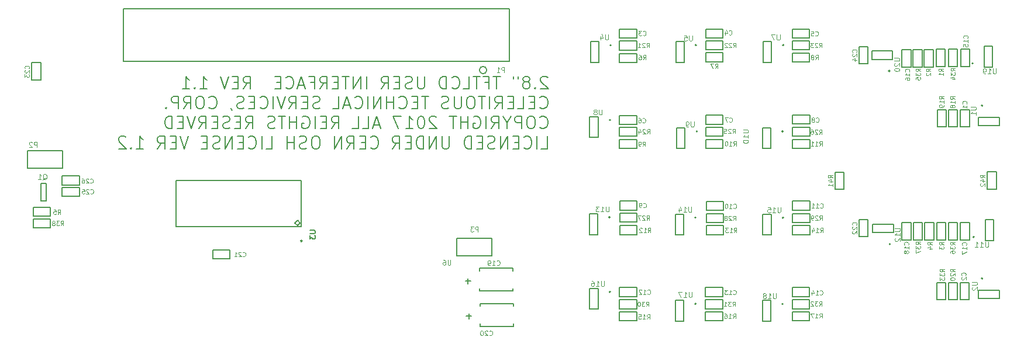
<source format=gbo>
G04 #@! TF.FileFunction,Legend,Bot*
%FSLAX46Y46*%
G04 Gerber Fmt 4.6, Leading zero omitted, Abs format (unit mm)*
G04 Created by KiCad (PCBNEW 4.0.7) date 06/30/18 16:48:15*
%MOMM*%
%LPD*%
G01*
G04 APERTURE LIST*
%ADD10C,0.100000*%
%ADD11C,0.200000*%
%ADD12C,0.150000*%
%ADD13C,0.097500*%
G04 APERTURE END LIST*
D10*
D11*
X78857143Y39364286D02*
X78771429Y39450000D01*
X78600000Y39535714D01*
X78171429Y39535714D01*
X78000000Y39450000D01*
X77914286Y39364286D01*
X77828571Y39192857D01*
X77828571Y39021429D01*
X77914286Y38764286D01*
X78942857Y37735714D01*
X77828571Y37735714D01*
X77057143Y37907143D02*
X76971428Y37821429D01*
X77057143Y37735714D01*
X77142857Y37821429D01*
X77057143Y37907143D01*
X77057143Y37735714D01*
X75942857Y38764286D02*
X76114285Y38850000D01*
X76200000Y38935714D01*
X76285714Y39107143D01*
X76285714Y39192857D01*
X76200000Y39364286D01*
X76114285Y39450000D01*
X75942857Y39535714D01*
X75600000Y39535714D01*
X75428571Y39450000D01*
X75342857Y39364286D01*
X75257142Y39192857D01*
X75257142Y39107143D01*
X75342857Y38935714D01*
X75428571Y38850000D01*
X75600000Y38764286D01*
X75942857Y38764286D01*
X76114285Y38678571D01*
X76200000Y38592857D01*
X76285714Y38421429D01*
X76285714Y38078571D01*
X76200000Y37907143D01*
X76114285Y37821429D01*
X75942857Y37735714D01*
X75600000Y37735714D01*
X75428571Y37821429D01*
X75342857Y37907143D01*
X75257142Y38078571D01*
X75257142Y38421429D01*
X75342857Y38592857D01*
X75428571Y38678571D01*
X75600000Y38764286D01*
X74571428Y39535714D02*
X74571428Y39192857D01*
X73885714Y39535714D02*
X73885714Y39192857D01*
X71999998Y39535714D02*
X70971427Y39535714D01*
X71485713Y37735714D02*
X71485713Y39535714D01*
X69771427Y38678571D02*
X70371427Y38678571D01*
X70371427Y37735714D02*
X70371427Y39535714D01*
X69514284Y39535714D01*
X69085712Y39535714D02*
X68057141Y39535714D01*
X68571427Y37735714D02*
X68571427Y39535714D01*
X66599998Y37735714D02*
X67457141Y37735714D01*
X67457141Y39535714D01*
X64971426Y37907143D02*
X65057140Y37821429D01*
X65314283Y37735714D01*
X65485712Y37735714D01*
X65742855Y37821429D01*
X65914283Y37992857D01*
X65999998Y38164286D01*
X66085712Y38507143D01*
X66085712Y38764286D01*
X65999998Y39107143D01*
X65914283Y39278571D01*
X65742855Y39450000D01*
X65485712Y39535714D01*
X65314283Y39535714D01*
X65057140Y39450000D01*
X64971426Y39364286D01*
X64199998Y37735714D02*
X64199998Y39535714D01*
X63771426Y39535714D01*
X63514283Y39450000D01*
X63342855Y39278571D01*
X63257140Y39107143D01*
X63171426Y38764286D01*
X63171426Y38507143D01*
X63257140Y38164286D01*
X63342855Y37992857D01*
X63514283Y37821429D01*
X63771426Y37735714D01*
X64199998Y37735714D01*
X61028569Y39535714D02*
X61028569Y38078571D01*
X60942854Y37907143D01*
X60857140Y37821429D01*
X60685711Y37735714D01*
X60342854Y37735714D01*
X60171426Y37821429D01*
X60085711Y37907143D01*
X59999997Y38078571D01*
X59999997Y39535714D01*
X59228569Y37821429D02*
X58971426Y37735714D01*
X58542855Y37735714D01*
X58371426Y37821429D01*
X58285712Y37907143D01*
X58199997Y38078571D01*
X58199997Y38250000D01*
X58285712Y38421429D01*
X58371426Y38507143D01*
X58542855Y38592857D01*
X58885712Y38678571D01*
X59057140Y38764286D01*
X59142855Y38850000D01*
X59228569Y39021429D01*
X59228569Y39192857D01*
X59142855Y39364286D01*
X59057140Y39450000D01*
X58885712Y39535714D01*
X58457140Y39535714D01*
X58199997Y39450000D01*
X57428569Y38678571D02*
X56828569Y38678571D01*
X56571426Y37735714D02*
X57428569Y37735714D01*
X57428569Y39535714D01*
X56571426Y39535714D01*
X54771426Y37735714D02*
X55371426Y38592857D01*
X55799998Y37735714D02*
X55799998Y39535714D01*
X55114283Y39535714D01*
X54942855Y39450000D01*
X54857140Y39364286D01*
X54771426Y39192857D01*
X54771426Y38935714D01*
X54857140Y38764286D01*
X54942855Y38678571D01*
X55114283Y38592857D01*
X55799998Y38592857D01*
X52628569Y37735714D02*
X52628569Y39535714D01*
X51771426Y37735714D02*
X51771426Y39535714D01*
X50742854Y37735714D01*
X50742854Y39535714D01*
X50142854Y39535714D02*
X49114283Y39535714D01*
X49628569Y37735714D02*
X49628569Y39535714D01*
X48514283Y38678571D02*
X47914283Y38678571D01*
X47657140Y37735714D02*
X48514283Y37735714D01*
X48514283Y39535714D01*
X47657140Y39535714D01*
X45857140Y37735714D02*
X46457140Y38592857D01*
X46885712Y37735714D02*
X46885712Y39535714D01*
X46199997Y39535714D01*
X46028569Y39450000D01*
X45942854Y39364286D01*
X45857140Y39192857D01*
X45857140Y38935714D01*
X45942854Y38764286D01*
X46028569Y38678571D01*
X46199997Y38592857D01*
X46885712Y38592857D01*
X44485712Y38678571D02*
X45085712Y38678571D01*
X45085712Y37735714D02*
X45085712Y39535714D01*
X44228569Y39535714D01*
X43628569Y38250000D02*
X42771426Y38250000D01*
X43799997Y37735714D02*
X43199997Y39535714D01*
X42599997Y37735714D01*
X40971426Y37907143D02*
X41057140Y37821429D01*
X41314283Y37735714D01*
X41485712Y37735714D01*
X41742855Y37821429D01*
X41914283Y37992857D01*
X41999998Y38164286D01*
X42085712Y38507143D01*
X42085712Y38764286D01*
X41999998Y39107143D01*
X41914283Y39278571D01*
X41742855Y39450000D01*
X41485712Y39535714D01*
X41314283Y39535714D01*
X41057140Y39450000D01*
X40971426Y39364286D01*
X40199998Y38678571D02*
X39599998Y38678571D01*
X39342855Y37735714D02*
X40199998Y37735714D01*
X40199998Y39535714D01*
X39342855Y39535714D01*
X34799997Y37735714D02*
X35399997Y38592857D01*
X35828569Y37735714D02*
X35828569Y39535714D01*
X35142854Y39535714D01*
X34971426Y39450000D01*
X34885711Y39364286D01*
X34799997Y39192857D01*
X34799997Y38935714D01*
X34885711Y38764286D01*
X34971426Y38678571D01*
X35142854Y38592857D01*
X35828569Y38592857D01*
X34028569Y38678571D02*
X33428569Y38678571D01*
X33171426Y37735714D02*
X34028569Y37735714D01*
X34028569Y39535714D01*
X33171426Y39535714D01*
X32657140Y39535714D02*
X32057140Y37735714D01*
X31457140Y39535714D01*
X28542854Y37735714D02*
X29571426Y37735714D01*
X29057140Y37735714D02*
X29057140Y39535714D01*
X29228569Y39278571D01*
X29399997Y39107143D01*
X29571426Y39021429D01*
X27771426Y37907143D02*
X27685711Y37821429D01*
X27771426Y37735714D01*
X27857140Y37821429D01*
X27771426Y37907143D01*
X27771426Y37735714D01*
X25971425Y37735714D02*
X26999997Y37735714D01*
X26485711Y37735714D02*
X26485711Y39535714D01*
X26657140Y39278571D01*
X26828568Y39107143D01*
X26999997Y39021429D01*
X77742857Y35007143D02*
X77828571Y34921429D01*
X78085714Y34835714D01*
X78257143Y34835714D01*
X78514286Y34921429D01*
X78685714Y35092857D01*
X78771429Y35264286D01*
X78857143Y35607143D01*
X78857143Y35864286D01*
X78771429Y36207143D01*
X78685714Y36378571D01*
X78514286Y36550000D01*
X78257143Y36635714D01*
X78085714Y36635714D01*
X77828571Y36550000D01*
X77742857Y36464286D01*
X76971429Y35778571D02*
X76371429Y35778571D01*
X76114286Y34835714D02*
X76971429Y34835714D01*
X76971429Y36635714D01*
X76114286Y36635714D01*
X74485715Y34835714D02*
X75342858Y34835714D01*
X75342858Y36635714D01*
X73885715Y35778571D02*
X73285715Y35778571D01*
X73028572Y34835714D02*
X73885715Y34835714D01*
X73885715Y36635714D01*
X73028572Y36635714D01*
X71228572Y34835714D02*
X71828572Y35692857D01*
X72257144Y34835714D02*
X72257144Y36635714D01*
X71571429Y36635714D01*
X71400001Y36550000D01*
X71314286Y36464286D01*
X71228572Y36292857D01*
X71228572Y36035714D01*
X71314286Y35864286D01*
X71400001Y35778571D01*
X71571429Y35692857D01*
X72257144Y35692857D01*
X70457144Y34835714D02*
X70457144Y36635714D01*
X69857143Y36635714D02*
X68828572Y36635714D01*
X69342858Y34835714D02*
X69342858Y36635714D01*
X67885714Y36635714D02*
X67542857Y36635714D01*
X67371429Y36550000D01*
X67200000Y36378571D01*
X67114286Y36035714D01*
X67114286Y35435714D01*
X67200000Y35092857D01*
X67371429Y34921429D01*
X67542857Y34835714D01*
X67885714Y34835714D01*
X68057143Y34921429D01*
X68228572Y35092857D01*
X68314286Y35435714D01*
X68314286Y36035714D01*
X68228572Y36378571D01*
X68057143Y36550000D01*
X67885714Y36635714D01*
X66342858Y36635714D02*
X66342858Y35178571D01*
X66257143Y35007143D01*
X66171429Y34921429D01*
X66000000Y34835714D01*
X65657143Y34835714D01*
X65485715Y34921429D01*
X65400000Y35007143D01*
X65314286Y35178571D01*
X65314286Y36635714D01*
X64542858Y34921429D02*
X64285715Y34835714D01*
X63857144Y34835714D01*
X63685715Y34921429D01*
X63600001Y35007143D01*
X63514286Y35178571D01*
X63514286Y35350000D01*
X63600001Y35521429D01*
X63685715Y35607143D01*
X63857144Y35692857D01*
X64200001Y35778571D01*
X64371429Y35864286D01*
X64457144Y35950000D01*
X64542858Y36121429D01*
X64542858Y36292857D01*
X64457144Y36464286D01*
X64371429Y36550000D01*
X64200001Y36635714D01*
X63771429Y36635714D01*
X63514286Y36550000D01*
X61628571Y36635714D02*
X60600000Y36635714D01*
X61114286Y34835714D02*
X61114286Y36635714D01*
X60000000Y35778571D02*
X59400000Y35778571D01*
X59142857Y34835714D02*
X60000000Y34835714D01*
X60000000Y36635714D01*
X59142857Y36635714D01*
X57342857Y35007143D02*
X57428571Y34921429D01*
X57685714Y34835714D01*
X57857143Y34835714D01*
X58114286Y34921429D01*
X58285714Y35092857D01*
X58371429Y35264286D01*
X58457143Y35607143D01*
X58457143Y35864286D01*
X58371429Y36207143D01*
X58285714Y36378571D01*
X58114286Y36550000D01*
X57857143Y36635714D01*
X57685714Y36635714D01*
X57428571Y36550000D01*
X57342857Y36464286D01*
X56571429Y34835714D02*
X56571429Y36635714D01*
X56571429Y35778571D02*
X55542857Y35778571D01*
X55542857Y34835714D02*
X55542857Y36635714D01*
X54685715Y34835714D02*
X54685715Y36635714D01*
X53657143Y34835714D01*
X53657143Y36635714D01*
X52800001Y34835714D02*
X52800001Y36635714D01*
X50914286Y35007143D02*
X51000000Y34921429D01*
X51257143Y34835714D01*
X51428572Y34835714D01*
X51685715Y34921429D01*
X51857143Y35092857D01*
X51942858Y35264286D01*
X52028572Y35607143D01*
X52028572Y35864286D01*
X51942858Y36207143D01*
X51857143Y36378571D01*
X51685715Y36550000D01*
X51428572Y36635714D01*
X51257143Y36635714D01*
X51000000Y36550000D01*
X50914286Y36464286D01*
X50228572Y35350000D02*
X49371429Y35350000D01*
X50400000Y34835714D02*
X49800000Y36635714D01*
X49200000Y34835714D01*
X47742858Y34835714D02*
X48600001Y34835714D01*
X48600001Y36635714D01*
X45857143Y34921429D02*
X45600000Y34835714D01*
X45171429Y34835714D01*
X45000000Y34921429D01*
X44914286Y35007143D01*
X44828571Y35178571D01*
X44828571Y35350000D01*
X44914286Y35521429D01*
X45000000Y35607143D01*
X45171429Y35692857D01*
X45514286Y35778571D01*
X45685714Y35864286D01*
X45771429Y35950000D01*
X45857143Y36121429D01*
X45857143Y36292857D01*
X45771429Y36464286D01*
X45685714Y36550000D01*
X45514286Y36635714D01*
X45085714Y36635714D01*
X44828571Y36550000D01*
X44057143Y35778571D02*
X43457143Y35778571D01*
X43200000Y34835714D02*
X44057143Y34835714D01*
X44057143Y36635714D01*
X43200000Y36635714D01*
X41400000Y34835714D02*
X42000000Y35692857D01*
X42428572Y34835714D02*
X42428572Y36635714D01*
X41742857Y36635714D01*
X41571429Y36550000D01*
X41485714Y36464286D01*
X41400000Y36292857D01*
X41400000Y36035714D01*
X41485714Y35864286D01*
X41571429Y35778571D01*
X41742857Y35692857D01*
X42428572Y35692857D01*
X40885714Y36635714D02*
X40285714Y34835714D01*
X39685714Y36635714D01*
X39085715Y34835714D02*
X39085715Y36635714D01*
X37200000Y35007143D02*
X37285714Y34921429D01*
X37542857Y34835714D01*
X37714286Y34835714D01*
X37971429Y34921429D01*
X38142857Y35092857D01*
X38228572Y35264286D01*
X38314286Y35607143D01*
X38314286Y35864286D01*
X38228572Y36207143D01*
X38142857Y36378571D01*
X37971429Y36550000D01*
X37714286Y36635714D01*
X37542857Y36635714D01*
X37285714Y36550000D01*
X37200000Y36464286D01*
X36428572Y35778571D02*
X35828572Y35778571D01*
X35571429Y34835714D02*
X36428572Y34835714D01*
X36428572Y36635714D01*
X35571429Y36635714D01*
X34885715Y34921429D02*
X34628572Y34835714D01*
X34200001Y34835714D01*
X34028572Y34921429D01*
X33942858Y35007143D01*
X33857143Y35178571D01*
X33857143Y35350000D01*
X33942858Y35521429D01*
X34028572Y35607143D01*
X34200001Y35692857D01*
X34542858Y35778571D01*
X34714286Y35864286D01*
X34800001Y35950000D01*
X34885715Y36121429D01*
X34885715Y36292857D01*
X34800001Y36464286D01*
X34714286Y36550000D01*
X34542858Y36635714D01*
X34114286Y36635714D01*
X33857143Y36550000D01*
X33000000Y34921429D02*
X33000000Y34835714D01*
X33085715Y34664286D01*
X33171429Y34578571D01*
X29828571Y35007143D02*
X29914285Y34921429D01*
X30171428Y34835714D01*
X30342857Y34835714D01*
X30600000Y34921429D01*
X30771428Y35092857D01*
X30857143Y35264286D01*
X30942857Y35607143D01*
X30942857Y35864286D01*
X30857143Y36207143D01*
X30771428Y36378571D01*
X30600000Y36550000D01*
X30342857Y36635714D01*
X30171428Y36635714D01*
X29914285Y36550000D01*
X29828571Y36464286D01*
X28714285Y36635714D02*
X28371428Y36635714D01*
X28200000Y36550000D01*
X28028571Y36378571D01*
X27942857Y36035714D01*
X27942857Y35435714D01*
X28028571Y35092857D01*
X28200000Y34921429D01*
X28371428Y34835714D01*
X28714285Y34835714D01*
X28885714Y34921429D01*
X29057143Y35092857D01*
X29142857Y35435714D01*
X29142857Y36035714D01*
X29057143Y36378571D01*
X28885714Y36550000D01*
X28714285Y36635714D01*
X26142857Y34835714D02*
X26742857Y35692857D01*
X27171429Y34835714D02*
X27171429Y36635714D01*
X26485714Y36635714D01*
X26314286Y36550000D01*
X26228571Y36464286D01*
X26142857Y36292857D01*
X26142857Y36035714D01*
X26228571Y35864286D01*
X26314286Y35778571D01*
X26485714Y35692857D01*
X27171429Y35692857D01*
X25371429Y34835714D02*
X25371429Y36635714D01*
X24685714Y36635714D01*
X24514286Y36550000D01*
X24428571Y36464286D01*
X24342857Y36292857D01*
X24342857Y36035714D01*
X24428571Y35864286D01*
X24514286Y35778571D01*
X24685714Y35692857D01*
X25371429Y35692857D01*
X23571429Y35007143D02*
X23485714Y34921429D01*
X23571429Y34835714D01*
X23657143Y34921429D01*
X23571429Y35007143D01*
X23571429Y34835714D01*
X77742857Y32107143D02*
X77828571Y32021429D01*
X78085714Y31935714D01*
X78257143Y31935714D01*
X78514286Y32021429D01*
X78685714Y32192857D01*
X78771429Y32364286D01*
X78857143Y32707143D01*
X78857143Y32964286D01*
X78771429Y33307143D01*
X78685714Y33478571D01*
X78514286Y33650000D01*
X78257143Y33735714D01*
X78085714Y33735714D01*
X77828571Y33650000D01*
X77742857Y33564286D01*
X76628571Y33735714D02*
X76285714Y33735714D01*
X76114286Y33650000D01*
X75942857Y33478571D01*
X75857143Y33135714D01*
X75857143Y32535714D01*
X75942857Y32192857D01*
X76114286Y32021429D01*
X76285714Y31935714D01*
X76628571Y31935714D01*
X76800000Y32021429D01*
X76971429Y32192857D01*
X77057143Y32535714D01*
X77057143Y33135714D01*
X76971429Y33478571D01*
X76800000Y33650000D01*
X76628571Y33735714D01*
X75085715Y31935714D02*
X75085715Y33735714D01*
X74400000Y33735714D01*
X74228572Y33650000D01*
X74142857Y33564286D01*
X74057143Y33392857D01*
X74057143Y33135714D01*
X74142857Y32964286D01*
X74228572Y32878571D01*
X74400000Y32792857D01*
X75085715Y32792857D01*
X72942857Y32792857D02*
X72942857Y31935714D01*
X73542857Y33735714D02*
X72942857Y32792857D01*
X72342857Y33735714D01*
X70714286Y31935714D02*
X71314286Y32792857D01*
X71742858Y31935714D02*
X71742858Y33735714D01*
X71057143Y33735714D01*
X70885715Y33650000D01*
X70800000Y33564286D01*
X70714286Y33392857D01*
X70714286Y33135714D01*
X70800000Y32964286D01*
X70885715Y32878571D01*
X71057143Y32792857D01*
X71742858Y32792857D01*
X69942858Y31935714D02*
X69942858Y33735714D01*
X68142857Y33650000D02*
X68314286Y33735714D01*
X68571429Y33735714D01*
X68828572Y33650000D01*
X69000000Y33478571D01*
X69085715Y33307143D01*
X69171429Y32964286D01*
X69171429Y32707143D01*
X69085715Y32364286D01*
X69000000Y32192857D01*
X68828572Y32021429D01*
X68571429Y31935714D01*
X68400000Y31935714D01*
X68142857Y32021429D01*
X68057143Y32107143D01*
X68057143Y32707143D01*
X68400000Y32707143D01*
X67285715Y31935714D02*
X67285715Y33735714D01*
X67285715Y32878571D02*
X66257143Y32878571D01*
X66257143Y31935714D02*
X66257143Y33735714D01*
X65657143Y33735714D02*
X64628572Y33735714D01*
X65142858Y31935714D02*
X65142858Y33735714D01*
X62742857Y33564286D02*
X62657143Y33650000D01*
X62485714Y33735714D01*
X62057143Y33735714D01*
X61885714Y33650000D01*
X61800000Y33564286D01*
X61714285Y33392857D01*
X61714285Y33221429D01*
X61800000Y32964286D01*
X62828571Y31935714D01*
X61714285Y31935714D01*
X60599999Y33735714D02*
X60428571Y33735714D01*
X60257142Y33650000D01*
X60171428Y33564286D01*
X60085714Y33392857D01*
X59999999Y33050000D01*
X59999999Y32621429D01*
X60085714Y32278571D01*
X60171428Y32107143D01*
X60257142Y32021429D01*
X60428571Y31935714D01*
X60599999Y31935714D01*
X60771428Y32021429D01*
X60857142Y32107143D01*
X60942857Y32278571D01*
X61028571Y32621429D01*
X61028571Y33050000D01*
X60942857Y33392857D01*
X60857142Y33564286D01*
X60771428Y33650000D01*
X60599999Y33735714D01*
X58285713Y31935714D02*
X59314285Y31935714D01*
X58799999Y31935714D02*
X58799999Y33735714D01*
X58971428Y33478571D01*
X59142856Y33307143D01*
X59314285Y33221429D01*
X57685713Y33735714D02*
X56485713Y33735714D01*
X57257142Y31935714D01*
X54514284Y32450000D02*
X53657141Y32450000D01*
X54685712Y31935714D02*
X54085712Y33735714D01*
X53485712Y31935714D01*
X52028570Y31935714D02*
X52885713Y31935714D01*
X52885713Y33735714D01*
X50571427Y31935714D02*
X51428570Y31935714D01*
X51428570Y33735714D01*
X47571426Y31935714D02*
X48171426Y32792857D01*
X48599998Y31935714D02*
X48599998Y33735714D01*
X47914283Y33735714D01*
X47742855Y33650000D01*
X47657140Y33564286D01*
X47571426Y33392857D01*
X47571426Y33135714D01*
X47657140Y32964286D01*
X47742855Y32878571D01*
X47914283Y32792857D01*
X48599998Y32792857D01*
X46799998Y32878571D02*
X46199998Y32878571D01*
X45942855Y31935714D02*
X46799998Y31935714D01*
X46799998Y33735714D01*
X45942855Y33735714D01*
X45171427Y31935714D02*
X45171427Y33735714D01*
X43371426Y33650000D02*
X43542855Y33735714D01*
X43799998Y33735714D01*
X44057141Y33650000D01*
X44228569Y33478571D01*
X44314284Y33307143D01*
X44399998Y32964286D01*
X44399998Y32707143D01*
X44314284Y32364286D01*
X44228569Y32192857D01*
X44057141Y32021429D01*
X43799998Y31935714D01*
X43628569Y31935714D01*
X43371426Y32021429D01*
X43285712Y32107143D01*
X43285712Y32707143D01*
X43628569Y32707143D01*
X42514284Y31935714D02*
X42514284Y33735714D01*
X42514284Y32878571D02*
X41485712Y32878571D01*
X41485712Y31935714D02*
X41485712Y33735714D01*
X40885712Y33735714D02*
X39857141Y33735714D01*
X40371427Y31935714D02*
X40371427Y33735714D01*
X39342855Y32021429D02*
X39085712Y31935714D01*
X38657141Y31935714D01*
X38485712Y32021429D01*
X38399998Y32107143D01*
X38314283Y32278571D01*
X38314283Y32450000D01*
X38399998Y32621429D01*
X38485712Y32707143D01*
X38657141Y32792857D01*
X38999998Y32878571D01*
X39171426Y32964286D01*
X39257141Y33050000D01*
X39342855Y33221429D01*
X39342855Y33392857D01*
X39257141Y33564286D01*
X39171426Y33650000D01*
X38999998Y33735714D01*
X38571426Y33735714D01*
X38314283Y33650000D01*
X35142854Y31935714D02*
X35742854Y32792857D01*
X36171426Y31935714D02*
X36171426Y33735714D01*
X35485711Y33735714D01*
X35314283Y33650000D01*
X35228568Y33564286D01*
X35142854Y33392857D01*
X35142854Y33135714D01*
X35228568Y32964286D01*
X35314283Y32878571D01*
X35485711Y32792857D01*
X36171426Y32792857D01*
X34371426Y32878571D02*
X33771426Y32878571D01*
X33514283Y31935714D02*
X34371426Y31935714D01*
X34371426Y33735714D01*
X33514283Y33735714D01*
X32828569Y32021429D02*
X32571426Y31935714D01*
X32142855Y31935714D01*
X31971426Y32021429D01*
X31885712Y32107143D01*
X31799997Y32278571D01*
X31799997Y32450000D01*
X31885712Y32621429D01*
X31971426Y32707143D01*
X32142855Y32792857D01*
X32485712Y32878571D01*
X32657140Y32964286D01*
X32742855Y33050000D01*
X32828569Y33221429D01*
X32828569Y33392857D01*
X32742855Y33564286D01*
X32657140Y33650000D01*
X32485712Y33735714D01*
X32057140Y33735714D01*
X31799997Y33650000D01*
X31028569Y32878571D02*
X30428569Y32878571D01*
X30171426Y31935714D02*
X31028569Y31935714D01*
X31028569Y33735714D01*
X30171426Y33735714D01*
X28371426Y31935714D02*
X28971426Y32792857D01*
X29399998Y31935714D02*
X29399998Y33735714D01*
X28714283Y33735714D01*
X28542855Y33650000D01*
X28457140Y33564286D01*
X28371426Y33392857D01*
X28371426Y33135714D01*
X28457140Y32964286D01*
X28542855Y32878571D01*
X28714283Y32792857D01*
X29399998Y32792857D01*
X27857140Y33735714D02*
X27257140Y31935714D01*
X26657140Y33735714D01*
X26057141Y32878571D02*
X25457141Y32878571D01*
X25199998Y31935714D02*
X26057141Y31935714D01*
X26057141Y33735714D01*
X25199998Y33735714D01*
X24428570Y31935714D02*
X24428570Y33735714D01*
X23999998Y33735714D01*
X23742855Y33650000D01*
X23571427Y33478571D01*
X23485712Y33307143D01*
X23399998Y32964286D01*
X23399998Y32707143D01*
X23485712Y32364286D01*
X23571427Y32192857D01*
X23742855Y32021429D01*
X23999998Y31935714D01*
X24428570Y31935714D01*
X77914286Y29035714D02*
X78771429Y29035714D01*
X78771429Y30835714D01*
X77314286Y29035714D02*
X77314286Y30835714D01*
X75428571Y29207143D02*
X75514285Y29121429D01*
X75771428Y29035714D01*
X75942857Y29035714D01*
X76200000Y29121429D01*
X76371428Y29292857D01*
X76457143Y29464286D01*
X76542857Y29807143D01*
X76542857Y30064286D01*
X76457143Y30407143D01*
X76371428Y30578571D01*
X76200000Y30750000D01*
X75942857Y30835714D01*
X75771428Y30835714D01*
X75514285Y30750000D01*
X75428571Y30664286D01*
X74657143Y29978571D02*
X74057143Y29978571D01*
X73800000Y29035714D02*
X74657143Y29035714D01*
X74657143Y30835714D01*
X73800000Y30835714D01*
X73028572Y29035714D02*
X73028572Y30835714D01*
X72000000Y29035714D01*
X72000000Y30835714D01*
X71228572Y29121429D02*
X70971429Y29035714D01*
X70542858Y29035714D01*
X70371429Y29121429D01*
X70285715Y29207143D01*
X70200000Y29378571D01*
X70200000Y29550000D01*
X70285715Y29721429D01*
X70371429Y29807143D01*
X70542858Y29892857D01*
X70885715Y29978571D01*
X71057143Y30064286D01*
X71142858Y30150000D01*
X71228572Y30321429D01*
X71228572Y30492857D01*
X71142858Y30664286D01*
X71057143Y30750000D01*
X70885715Y30835714D01*
X70457143Y30835714D01*
X70200000Y30750000D01*
X69428572Y29978571D02*
X68828572Y29978571D01*
X68571429Y29035714D02*
X69428572Y29035714D01*
X69428572Y30835714D01*
X68571429Y30835714D01*
X67800001Y29035714D02*
X67800001Y30835714D01*
X67371429Y30835714D01*
X67114286Y30750000D01*
X66942858Y30578571D01*
X66857143Y30407143D01*
X66771429Y30064286D01*
X66771429Y29807143D01*
X66857143Y29464286D01*
X66942858Y29292857D01*
X67114286Y29121429D01*
X67371429Y29035714D01*
X67800001Y29035714D01*
X64628572Y30835714D02*
X64628572Y29378571D01*
X64542857Y29207143D01*
X64457143Y29121429D01*
X64285714Y29035714D01*
X63942857Y29035714D01*
X63771429Y29121429D01*
X63685714Y29207143D01*
X63600000Y29378571D01*
X63600000Y30835714D01*
X62742858Y29035714D02*
X62742858Y30835714D01*
X61714286Y29035714D01*
X61714286Y30835714D01*
X60857144Y29035714D02*
X60857144Y30835714D01*
X60428572Y30835714D01*
X60171429Y30750000D01*
X60000001Y30578571D01*
X59914286Y30407143D01*
X59828572Y30064286D01*
X59828572Y29807143D01*
X59914286Y29464286D01*
X60000001Y29292857D01*
X60171429Y29121429D01*
X60428572Y29035714D01*
X60857144Y29035714D01*
X59057144Y29978571D02*
X58457144Y29978571D01*
X58200001Y29035714D02*
X59057144Y29035714D01*
X59057144Y30835714D01*
X58200001Y30835714D01*
X56400001Y29035714D02*
X57000001Y29892857D01*
X57428573Y29035714D02*
X57428573Y30835714D01*
X56742858Y30835714D01*
X56571430Y30750000D01*
X56485715Y30664286D01*
X56400001Y30492857D01*
X56400001Y30235714D01*
X56485715Y30064286D01*
X56571430Y29978571D01*
X56742858Y29892857D01*
X57428573Y29892857D01*
X53228572Y29207143D02*
X53314286Y29121429D01*
X53571429Y29035714D01*
X53742858Y29035714D01*
X54000001Y29121429D01*
X54171429Y29292857D01*
X54257144Y29464286D01*
X54342858Y29807143D01*
X54342858Y30064286D01*
X54257144Y30407143D01*
X54171429Y30578571D01*
X54000001Y30750000D01*
X53742858Y30835714D01*
X53571429Y30835714D01*
X53314286Y30750000D01*
X53228572Y30664286D01*
X52457144Y29978571D02*
X51857144Y29978571D01*
X51600001Y29035714D02*
X52457144Y29035714D01*
X52457144Y30835714D01*
X51600001Y30835714D01*
X49800001Y29035714D02*
X50400001Y29892857D01*
X50828573Y29035714D02*
X50828573Y30835714D01*
X50142858Y30835714D01*
X49971430Y30750000D01*
X49885715Y30664286D01*
X49800001Y30492857D01*
X49800001Y30235714D01*
X49885715Y30064286D01*
X49971430Y29978571D01*
X50142858Y29892857D01*
X50828573Y29892857D01*
X49028573Y29035714D02*
X49028573Y30835714D01*
X48000001Y29035714D01*
X48000001Y30835714D01*
X45428572Y30835714D02*
X45085715Y30835714D01*
X44914287Y30750000D01*
X44742858Y30578571D01*
X44657144Y30235714D01*
X44657144Y29635714D01*
X44742858Y29292857D01*
X44914287Y29121429D01*
X45085715Y29035714D01*
X45428572Y29035714D01*
X45600001Y29121429D01*
X45771430Y29292857D01*
X45857144Y29635714D01*
X45857144Y30235714D01*
X45771430Y30578571D01*
X45600001Y30750000D01*
X45428572Y30835714D01*
X43971430Y29121429D02*
X43714287Y29035714D01*
X43285716Y29035714D01*
X43114287Y29121429D01*
X43028573Y29207143D01*
X42942858Y29378571D01*
X42942858Y29550000D01*
X43028573Y29721429D01*
X43114287Y29807143D01*
X43285716Y29892857D01*
X43628573Y29978571D01*
X43800001Y30064286D01*
X43885716Y30150000D01*
X43971430Y30321429D01*
X43971430Y30492857D01*
X43885716Y30664286D01*
X43800001Y30750000D01*
X43628573Y30835714D01*
X43200001Y30835714D01*
X42942858Y30750000D01*
X42171430Y29035714D02*
X42171430Y30835714D01*
X42171430Y29978571D02*
X41142858Y29978571D01*
X41142858Y29035714D02*
X41142858Y30835714D01*
X38057144Y29035714D02*
X38914287Y29035714D01*
X38914287Y30835714D01*
X37457144Y29035714D02*
X37457144Y30835714D01*
X35571429Y29207143D02*
X35657143Y29121429D01*
X35914286Y29035714D01*
X36085715Y29035714D01*
X36342858Y29121429D01*
X36514286Y29292857D01*
X36600001Y29464286D01*
X36685715Y29807143D01*
X36685715Y30064286D01*
X36600001Y30407143D01*
X36514286Y30578571D01*
X36342858Y30750000D01*
X36085715Y30835714D01*
X35914286Y30835714D01*
X35657143Y30750000D01*
X35571429Y30664286D01*
X34800001Y29978571D02*
X34200001Y29978571D01*
X33942858Y29035714D02*
X34800001Y29035714D01*
X34800001Y30835714D01*
X33942858Y30835714D01*
X33171430Y29035714D02*
X33171430Y30835714D01*
X32142858Y29035714D01*
X32142858Y30835714D01*
X31371430Y29121429D02*
X31114287Y29035714D01*
X30685716Y29035714D01*
X30514287Y29121429D01*
X30428573Y29207143D01*
X30342858Y29378571D01*
X30342858Y29550000D01*
X30428573Y29721429D01*
X30514287Y29807143D01*
X30685716Y29892857D01*
X31028573Y29978571D01*
X31200001Y30064286D01*
X31285716Y30150000D01*
X31371430Y30321429D01*
X31371430Y30492857D01*
X31285716Y30664286D01*
X31200001Y30750000D01*
X31028573Y30835714D01*
X30600001Y30835714D01*
X30342858Y30750000D01*
X29571430Y29978571D02*
X28971430Y29978571D01*
X28714287Y29035714D02*
X29571430Y29035714D01*
X29571430Y30835714D01*
X28714287Y30835714D01*
X26828572Y30835714D02*
X26228572Y29035714D01*
X25628572Y30835714D01*
X25028573Y29978571D02*
X24428573Y29978571D01*
X24171430Y29035714D02*
X25028573Y29035714D01*
X25028573Y30835714D01*
X24171430Y30835714D01*
X22371430Y29035714D02*
X22971430Y29892857D01*
X23400002Y29035714D02*
X23400002Y30835714D01*
X22714287Y30835714D01*
X22542859Y30750000D01*
X22457144Y30664286D01*
X22371430Y30492857D01*
X22371430Y30235714D01*
X22457144Y30064286D01*
X22542859Y29978571D01*
X22714287Y29892857D01*
X23400002Y29892857D01*
X19285715Y29035714D02*
X20314287Y29035714D01*
X19800001Y29035714D02*
X19800001Y30835714D01*
X19971430Y30578571D01*
X20142858Y30407143D01*
X20314287Y30321429D01*
X18514287Y29207143D02*
X18428572Y29121429D01*
X18514287Y29035714D01*
X18600001Y29121429D01*
X18514287Y29207143D01*
X18514287Y29035714D01*
X17742858Y30664286D02*
X17657144Y30750000D01*
X17485715Y30835714D01*
X17057144Y30835714D01*
X16885715Y30750000D01*
X16800001Y30664286D01*
X16714286Y30492857D01*
X16714286Y30321429D01*
X16800001Y30064286D01*
X17828572Y29035714D01*
X16714286Y29035714D01*
D12*
X43150000Y24442000D02*
X43150000Y17758000D01*
X43150000Y17758000D02*
X25050000Y17758000D01*
X25050000Y17758000D02*
X25050000Y24442000D01*
X25050000Y24442000D02*
X43150000Y24442000D01*
X43209000Y15577000D02*
X43336000Y15704000D01*
X43336000Y15704000D02*
X43209000Y15831000D01*
X43209000Y15831000D02*
X43082000Y15704000D01*
X43082000Y15704000D02*
X43209000Y15577000D01*
X42642000Y17885000D02*
X43023000Y18266000D01*
X43023000Y18266000D02*
X42642000Y18647000D01*
X42642000Y18647000D02*
X42261000Y18266000D01*
X42261000Y18266000D02*
X42642000Y17885000D01*
D11*
X138600000Y34700000D02*
X138600000Y32200000D01*
X138600000Y32200000D02*
X139900000Y32200000D01*
X139900000Y32200000D02*
X139900000Y34700000D01*
X139900000Y34700000D02*
X138600000Y34700000D01*
X138550000Y9650000D02*
X138550000Y7150000D01*
X138550000Y7150000D02*
X139850000Y7150000D01*
X139850000Y7150000D02*
X139850000Y9650000D01*
X139850000Y9650000D02*
X138550000Y9650000D01*
X89250000Y45100000D02*
X91750000Y45100000D01*
X91750000Y45100000D02*
X91750000Y46400000D01*
X91750000Y46400000D02*
X89250000Y46400000D01*
X89250000Y46400000D02*
X89250000Y45100000D01*
X101750000Y45100000D02*
X104250000Y45100000D01*
X104250000Y45100000D02*
X104250000Y46400000D01*
X104250000Y46400000D02*
X101750000Y46400000D01*
X101750000Y46400000D02*
X101750000Y45100000D01*
X114250000Y45100000D02*
X116750000Y45100000D01*
X116750000Y45100000D02*
X116750000Y46400000D01*
X116750000Y46400000D02*
X114250000Y46400000D01*
X114250000Y46400000D02*
X114250000Y45100000D01*
X89250000Y32550000D02*
X91750000Y32550000D01*
X91750000Y32550000D02*
X91750000Y33850000D01*
X91750000Y33850000D02*
X89250000Y33850000D01*
X89250000Y33850000D02*
X89250000Y32550000D01*
X101750000Y32600000D02*
X104250000Y32600000D01*
X104250000Y32600000D02*
X104250000Y33900000D01*
X104250000Y33900000D02*
X101750000Y33900000D01*
X101750000Y33900000D02*
X101750000Y32600000D01*
X114300000Y32650000D02*
X116800000Y32650000D01*
X116800000Y32650000D02*
X116800000Y33950000D01*
X116800000Y33950000D02*
X114300000Y33950000D01*
X114300000Y33950000D02*
X114300000Y32650000D01*
X89300000Y20150000D02*
X91800000Y20150000D01*
X91800000Y20150000D02*
X91800000Y21450000D01*
X91800000Y21450000D02*
X89300000Y21450000D01*
X89300000Y21450000D02*
X89300000Y20150000D01*
X101800000Y20100000D02*
X104300000Y20100000D01*
X104300000Y20100000D02*
X104300000Y21400000D01*
X104300000Y21400000D02*
X101800000Y21400000D01*
X101800000Y21400000D02*
X101800000Y20100000D01*
X114300000Y20150000D02*
X116800000Y20150000D01*
X116800000Y20150000D02*
X116800000Y21450000D01*
X116800000Y21450000D02*
X114300000Y21450000D01*
X114300000Y21450000D02*
X114300000Y20150000D01*
X89250000Y7600000D02*
X91750000Y7600000D01*
X91750000Y7600000D02*
X91750000Y8900000D01*
X91750000Y8900000D02*
X89250000Y8900000D01*
X89250000Y8900000D02*
X89250000Y7600000D01*
X101700000Y7600000D02*
X104200000Y7600000D01*
X104200000Y7600000D02*
X104200000Y8900000D01*
X104200000Y8900000D02*
X101700000Y8900000D01*
X101700000Y8900000D02*
X101700000Y7600000D01*
X114250000Y7600000D02*
X116750000Y7600000D01*
X116750000Y7600000D02*
X116750000Y8900000D01*
X116750000Y8900000D02*
X114250000Y8900000D01*
X114250000Y8900000D02*
X114250000Y7600000D01*
X139950000Y40950000D02*
X139950000Y43450000D01*
X139950000Y43450000D02*
X138650000Y43450000D01*
X138650000Y43450000D02*
X138650000Y40950000D01*
X138650000Y40950000D02*
X139950000Y40950000D01*
X131450000Y40900000D02*
X131450000Y43400000D01*
X131450000Y43400000D02*
X130150000Y43400000D01*
X130150000Y43400000D02*
X130150000Y40900000D01*
X130150000Y40900000D02*
X131450000Y40900000D01*
X139900000Y15800000D02*
X139900000Y18300000D01*
X139900000Y18300000D02*
X138600000Y18300000D01*
X138600000Y18300000D02*
X138600000Y15800000D01*
X138600000Y15800000D02*
X139900000Y15800000D01*
X131450000Y15800000D02*
X131450000Y18300000D01*
X131450000Y18300000D02*
X130150000Y18300000D01*
X130150000Y18300000D02*
X130150000Y15800000D01*
X130150000Y15800000D02*
X131450000Y15800000D01*
D12*
X73813000Y11320000D02*
X73813000Y11701000D01*
X73813000Y11701000D02*
X68987000Y11701000D01*
X68987000Y11701000D02*
X68987000Y11320000D01*
X68987000Y8780000D02*
X68987000Y8399000D01*
X68987000Y8399000D02*
X73813000Y8399000D01*
X73813000Y8399000D02*
X73813000Y8780000D01*
X73913000Y6220000D02*
X73913000Y6601000D01*
X73913000Y6601000D02*
X69087000Y6601000D01*
X69087000Y6601000D02*
X69087000Y6220000D01*
X69087000Y3680000D02*
X69087000Y3299000D01*
X69087000Y3299000D02*
X73913000Y3299000D01*
X73913000Y3299000D02*
X73913000Y3680000D01*
D11*
X32850000Y14400000D02*
X30350000Y14400000D01*
X30350000Y14400000D02*
X30350000Y13100000D01*
X30350000Y13100000D02*
X32850000Y13100000D01*
X32850000Y13100000D02*
X32850000Y14400000D01*
X123950000Y18800000D02*
X123950000Y16300000D01*
X123950000Y16300000D02*
X125250000Y16300000D01*
X125250000Y16300000D02*
X125250000Y18800000D01*
X125250000Y18800000D02*
X123950000Y18800000D01*
X4150000Y41500000D02*
X4150000Y39000000D01*
X4150000Y39000000D02*
X5450000Y39000000D01*
X5450000Y39000000D02*
X5450000Y41500000D01*
X5450000Y41500000D02*
X4150000Y41500000D01*
X123950000Y43850000D02*
X123950000Y41350000D01*
X123950000Y41350000D02*
X125250000Y41350000D01*
X125250000Y41350000D02*
X125250000Y43850000D01*
X125250000Y43850000D02*
X123950000Y43850000D01*
D12*
X73310000Y49330000D02*
X17430000Y49330000D01*
X17430000Y41710000D02*
X73310000Y41710000D01*
X17430000Y49330000D02*
X17430000Y41710000D01*
X70023634Y40440000D02*
G75*
G03X70023634Y40440000I-523634J0D01*
G01*
X73310000Y49330000D02*
X73310000Y41710000D01*
X8660000Y26230000D02*
X8660000Y28770000D01*
X8660000Y28770000D02*
X3580000Y28770000D01*
X3580000Y28770000D02*
X3580000Y26230000D01*
X3580000Y26230000D02*
X8660000Y26230000D01*
X65690000Y16070000D02*
X65690000Y13530000D01*
X65690000Y13530000D02*
X70770000Y13530000D01*
X70770000Y13530000D02*
X70770000Y16070000D01*
X70770000Y16070000D02*
X65690000Y16070000D01*
D11*
X136400000Y40950000D02*
X136400000Y43450000D01*
X136400000Y43450000D02*
X135100000Y43450000D01*
X135100000Y43450000D02*
X135100000Y40950000D01*
X135100000Y40950000D02*
X136400000Y40950000D01*
X134650000Y40900000D02*
X134650000Y43400000D01*
X134650000Y43400000D02*
X133350000Y43400000D01*
X133350000Y43400000D02*
X133350000Y40900000D01*
X133350000Y40900000D02*
X134650000Y40900000D01*
X136500000Y15800000D02*
X136500000Y18300000D01*
X136500000Y18300000D02*
X135200000Y18300000D01*
X135200000Y18300000D02*
X135200000Y15800000D01*
X135200000Y15800000D02*
X136500000Y15800000D01*
X134750000Y15800000D02*
X134750000Y18300000D01*
X134750000Y18300000D02*
X133450000Y18300000D01*
X133450000Y18300000D02*
X133450000Y15800000D01*
X133450000Y15800000D02*
X134750000Y15800000D01*
X4350000Y19250000D02*
X6850000Y19250000D01*
X6850000Y19250000D02*
X6850000Y20550000D01*
X6850000Y20550000D02*
X4350000Y20550000D01*
X4350000Y20550000D02*
X4350000Y19250000D01*
X89250000Y41550000D02*
X91750000Y41550000D01*
X91750000Y41550000D02*
X91750000Y42850000D01*
X91750000Y42850000D02*
X89250000Y42850000D01*
X89250000Y42850000D02*
X89250000Y41550000D01*
X101750000Y41650000D02*
X104250000Y41650000D01*
X104250000Y41650000D02*
X104250000Y42950000D01*
X104250000Y42950000D02*
X101750000Y42950000D01*
X101750000Y42950000D02*
X101750000Y41650000D01*
X114250000Y41600000D02*
X116750000Y41600000D01*
X116750000Y41600000D02*
X116750000Y42900000D01*
X116750000Y42900000D02*
X114250000Y42900000D01*
X114250000Y42900000D02*
X114250000Y41600000D01*
X89250000Y29050000D02*
X91750000Y29050000D01*
X91750000Y29050000D02*
X91750000Y30350000D01*
X91750000Y30350000D02*
X89250000Y30350000D01*
X89250000Y30350000D02*
X89250000Y29050000D01*
X101750000Y29100000D02*
X104250000Y29100000D01*
X104250000Y29100000D02*
X104250000Y30400000D01*
X104250000Y30400000D02*
X101750000Y30400000D01*
X101750000Y30400000D02*
X101750000Y29100000D01*
X114300000Y29100000D02*
X116800000Y29100000D01*
X116800000Y29100000D02*
X116800000Y30400000D01*
X116800000Y30400000D02*
X114300000Y30400000D01*
X114300000Y30400000D02*
X114300000Y29100000D01*
X89300000Y16600000D02*
X91800000Y16600000D01*
X91800000Y16600000D02*
X91800000Y17900000D01*
X91800000Y17900000D02*
X89300000Y17900000D01*
X89300000Y17900000D02*
X89300000Y16600000D01*
X101800000Y16600000D02*
X104300000Y16600000D01*
X104300000Y16600000D02*
X104300000Y17900000D01*
X104300000Y17900000D02*
X101800000Y17900000D01*
X101800000Y17900000D02*
X101800000Y16600000D01*
X114300000Y16600000D02*
X116800000Y16600000D01*
X116800000Y16600000D02*
X116800000Y17900000D01*
X116800000Y17900000D02*
X114300000Y17900000D01*
X114300000Y17900000D02*
X114300000Y16600000D01*
X89250000Y4100000D02*
X91750000Y4100000D01*
X91750000Y4100000D02*
X91750000Y5400000D01*
X91750000Y5400000D02*
X89250000Y5400000D01*
X89250000Y5400000D02*
X89250000Y4100000D01*
X101700000Y4100000D02*
X104200000Y4100000D01*
X104200000Y4100000D02*
X104200000Y5400000D01*
X104200000Y5400000D02*
X101700000Y5400000D01*
X101700000Y5400000D02*
X101700000Y4100000D01*
X114250000Y4100000D02*
X116750000Y4100000D01*
X116750000Y4100000D02*
X116750000Y5400000D01*
X116750000Y5400000D02*
X114250000Y5400000D01*
X114250000Y5400000D02*
X114250000Y4100000D01*
X138200000Y32200000D02*
X138200000Y34700000D01*
X138200000Y34700000D02*
X136900000Y34700000D01*
X136900000Y34700000D02*
X136900000Y32200000D01*
X136900000Y32200000D02*
X138200000Y32200000D01*
X136550000Y32200000D02*
X136550000Y34700000D01*
X136550000Y34700000D02*
X135250000Y34700000D01*
X135250000Y34700000D02*
X135250000Y32200000D01*
X135250000Y32200000D02*
X136550000Y32200000D01*
X138200000Y7150000D02*
X138200000Y9650000D01*
X138200000Y9650000D02*
X136900000Y9650000D01*
X136900000Y9650000D02*
X136900000Y7150000D01*
X136900000Y7150000D02*
X138200000Y7150000D01*
X91750000Y44650000D02*
X89250000Y44650000D01*
X89250000Y44650000D02*
X89250000Y43350000D01*
X89250000Y43350000D02*
X91750000Y43350000D01*
X91750000Y43350000D02*
X91750000Y44650000D01*
X104250000Y44700000D02*
X101750000Y44700000D01*
X101750000Y44700000D02*
X101750000Y43400000D01*
X101750000Y43400000D02*
X104250000Y43400000D01*
X104250000Y43400000D02*
X104250000Y44700000D01*
X116750000Y44700000D02*
X114250000Y44700000D01*
X114250000Y44700000D02*
X114250000Y43400000D01*
X114250000Y43400000D02*
X116750000Y43400000D01*
X116750000Y43400000D02*
X116750000Y44700000D01*
X91750000Y32150000D02*
X89250000Y32150000D01*
X89250000Y32150000D02*
X89250000Y30850000D01*
X89250000Y30850000D02*
X91750000Y30850000D01*
X91750000Y30850000D02*
X91750000Y32150000D01*
X104250000Y32150000D02*
X101750000Y32150000D01*
X101750000Y32150000D02*
X101750000Y30850000D01*
X101750000Y30850000D02*
X104250000Y30850000D01*
X104250000Y30850000D02*
X104250000Y32150000D01*
X116800000Y32150000D02*
X114300000Y32150000D01*
X114300000Y32150000D02*
X114300000Y30850000D01*
X114300000Y30850000D02*
X116800000Y30850000D01*
X116800000Y30850000D02*
X116800000Y32150000D01*
X91800000Y19700000D02*
X89300000Y19700000D01*
X89300000Y19700000D02*
X89300000Y18400000D01*
X89300000Y18400000D02*
X91800000Y18400000D01*
X91800000Y18400000D02*
X91800000Y19700000D01*
X104300000Y19650000D02*
X101800000Y19650000D01*
X101800000Y19650000D02*
X101800000Y18350000D01*
X101800000Y18350000D02*
X104300000Y18350000D01*
X104300000Y18350000D02*
X104300000Y19650000D01*
X116800000Y19650000D02*
X114300000Y19650000D01*
X114300000Y19650000D02*
X114300000Y18350000D01*
X114300000Y18350000D02*
X116800000Y18350000D01*
X116800000Y18350000D02*
X116800000Y19650000D01*
X91750000Y7150000D02*
X89250000Y7150000D01*
X89250000Y7150000D02*
X89250000Y5850000D01*
X89250000Y5850000D02*
X91750000Y5850000D01*
X91750000Y5850000D02*
X91750000Y7150000D01*
X104200000Y7150000D02*
X101700000Y7150000D01*
X101700000Y7150000D02*
X101700000Y5850000D01*
X101700000Y5850000D02*
X104200000Y5850000D01*
X104200000Y5850000D02*
X104200000Y7150000D01*
X116750000Y7150000D02*
X114250000Y7150000D01*
X114250000Y7150000D02*
X114250000Y5850000D01*
X114250000Y5850000D02*
X116750000Y5850000D01*
X116750000Y5850000D02*
X116750000Y7150000D01*
X136500000Y7150000D02*
X136500000Y9650000D01*
X136500000Y9650000D02*
X135200000Y9650000D01*
X135200000Y9650000D02*
X135200000Y7150000D01*
X135200000Y7150000D02*
X136500000Y7150000D01*
X136900000Y43450000D02*
X136900000Y40950000D01*
X136900000Y40950000D02*
X138200000Y40950000D01*
X138200000Y40950000D02*
X138200000Y43450000D01*
X138200000Y43450000D02*
X136900000Y43450000D01*
X131750000Y43400000D02*
X131750000Y40900000D01*
X131750000Y40900000D02*
X133050000Y40900000D01*
X133050000Y40900000D02*
X133050000Y43400000D01*
X133050000Y43400000D02*
X131750000Y43400000D01*
X136900000Y18300000D02*
X136900000Y15800000D01*
X136900000Y15800000D02*
X138200000Y15800000D01*
X138200000Y15800000D02*
X138200000Y18300000D01*
X138200000Y18300000D02*
X136900000Y18300000D01*
X131800000Y18300000D02*
X131800000Y15800000D01*
X131800000Y15800000D02*
X133100000Y15800000D01*
X133100000Y15800000D02*
X133100000Y18300000D01*
X133100000Y18300000D02*
X131800000Y18300000D01*
X120450000Y25650000D02*
X120450000Y23150000D01*
X120450000Y23150000D02*
X121750000Y23150000D01*
X121750000Y23150000D02*
X121750000Y25650000D01*
X121750000Y25650000D02*
X120450000Y25650000D01*
X142500000Y25700000D02*
X142500000Y23200000D01*
X142500000Y23200000D02*
X143800000Y23200000D01*
X143800000Y23200000D02*
X143800000Y25700000D01*
X143800000Y25700000D02*
X142500000Y25700000D01*
D12*
X141250000Y32400000D02*
X144250000Y32400000D01*
X144250000Y32400000D02*
X144250000Y33600000D01*
X144250000Y33600000D02*
X141250000Y33600000D01*
X141250000Y33600000D02*
X141250000Y32400000D01*
X141850000Y35300000D02*
G75*
G03X141850000Y35300000I-100000J0D01*
G01*
X141250000Y7350000D02*
X144250000Y7350000D01*
X144250000Y7350000D02*
X144250000Y8550000D01*
X144250000Y8550000D02*
X141250000Y8550000D01*
X141250000Y8550000D02*
X141250000Y7350000D01*
X141850000Y10250000D02*
G75*
G03X141850000Y10250000I-100000J0D01*
G01*
X85050000Y44550000D02*
X85050000Y41550000D01*
X85050000Y41550000D02*
X86250000Y41550000D01*
X86250000Y41550000D02*
X86250000Y44550000D01*
X86250000Y44550000D02*
X85050000Y44550000D01*
X88050000Y44050000D02*
G75*
G03X88050000Y44050000I-100000J0D01*
G01*
X97400000Y44550000D02*
X97400000Y41550000D01*
X97400000Y41550000D02*
X98600000Y41550000D01*
X98600000Y41550000D02*
X98600000Y44550000D01*
X98600000Y44550000D02*
X97400000Y44550000D01*
X100400000Y44050000D02*
G75*
G03X100400000Y44050000I-100000J0D01*
G01*
X110050000Y44550000D02*
X110050000Y41550000D01*
X110050000Y41550000D02*
X111250000Y41550000D01*
X111250000Y41550000D02*
X111250000Y44550000D01*
X111250000Y44550000D02*
X110050000Y44550000D01*
X113050000Y44050000D02*
G75*
G03X113050000Y44050000I-100000J0D01*
G01*
X84950000Y33700000D02*
X84950000Y30700000D01*
X84950000Y30700000D02*
X86150000Y30700000D01*
X86150000Y30700000D02*
X86150000Y33700000D01*
X86150000Y33700000D02*
X84950000Y33700000D01*
X87950000Y33200000D02*
G75*
G03X87950000Y33200000I-100000J0D01*
G01*
X97550000Y32050000D02*
X97550000Y29050000D01*
X97550000Y29050000D02*
X98750000Y29050000D01*
X98750000Y29050000D02*
X98750000Y32050000D01*
X98750000Y32050000D02*
X97550000Y32050000D01*
X100550000Y31550000D02*
G75*
G03X100550000Y31550000I-100000J0D01*
G01*
X109950000Y32050000D02*
X109950000Y29050000D01*
X109950000Y29050000D02*
X111150000Y29050000D01*
X111150000Y29050000D02*
X111150000Y32050000D01*
X111150000Y32050000D02*
X109950000Y32050000D01*
X112950000Y31550000D02*
G75*
G03X112950000Y31550000I-100000J0D01*
G01*
X143400000Y15750000D02*
X143400000Y18750000D01*
X143400000Y18750000D02*
X142200000Y18750000D01*
X142200000Y18750000D02*
X142200000Y15750000D01*
X142200000Y15750000D02*
X143400000Y15750000D01*
X140600000Y16250000D02*
G75*
G03X140600000Y16250000I-100000J0D01*
G01*
X128900000Y18100000D02*
X125900000Y18100000D01*
X125900000Y18100000D02*
X125900000Y16900000D01*
X125900000Y16900000D02*
X128900000Y16900000D01*
X128900000Y16900000D02*
X128900000Y18100000D01*
X128500000Y15200000D02*
G75*
G03X128500000Y15200000I-100000J0D01*
G01*
X84900000Y19600000D02*
X84900000Y16600000D01*
X84900000Y16600000D02*
X86100000Y16600000D01*
X86100000Y16600000D02*
X86100000Y19600000D01*
X86100000Y19600000D02*
X84900000Y19600000D01*
X87900000Y19100000D02*
G75*
G03X87900000Y19100000I-100000J0D01*
G01*
X97350000Y19550000D02*
X97350000Y16550000D01*
X97350000Y16550000D02*
X98550000Y16550000D01*
X98550000Y16550000D02*
X98550000Y19550000D01*
X98550000Y19550000D02*
X97350000Y19550000D01*
X100350000Y19050000D02*
G75*
G03X100350000Y19050000I-100000J0D01*
G01*
X110000000Y19550000D02*
X110000000Y16550000D01*
X110000000Y16550000D02*
X111200000Y16550000D01*
X111200000Y16550000D02*
X111200000Y19550000D01*
X111200000Y19550000D02*
X110000000Y19550000D01*
X113000000Y19050000D02*
G75*
G03X113000000Y19050000I-100000J0D01*
G01*
X84950000Y8800000D02*
X84950000Y5800000D01*
X84950000Y5800000D02*
X86150000Y5800000D01*
X86150000Y5800000D02*
X86150000Y8800000D01*
X86150000Y8800000D02*
X84950000Y8800000D01*
X87950000Y8300000D02*
G75*
G03X87950000Y8300000I-100000J0D01*
G01*
X97350000Y7050000D02*
X97350000Y4050000D01*
X97350000Y4050000D02*
X98550000Y4050000D01*
X98550000Y4050000D02*
X98550000Y7050000D01*
X98550000Y7050000D02*
X97350000Y7050000D01*
X100350000Y6550000D02*
G75*
G03X100350000Y6550000I-100000J0D01*
G01*
X109950000Y7050000D02*
X109950000Y4050000D01*
X109950000Y4050000D02*
X111150000Y4050000D01*
X111150000Y4050000D02*
X111150000Y7050000D01*
X111150000Y7050000D02*
X109950000Y7050000D01*
X112950000Y6550000D02*
G75*
G03X112950000Y6550000I-100000J0D01*
G01*
X143250000Y40900000D02*
X143250000Y43900000D01*
X143250000Y43900000D02*
X142050000Y43900000D01*
X142050000Y43900000D02*
X142050000Y40900000D01*
X142050000Y40900000D02*
X143250000Y40900000D01*
X140450000Y41400000D02*
G75*
G03X140450000Y41400000I-100000J0D01*
G01*
X128800000Y43200000D02*
X125800000Y43200000D01*
X125800000Y43200000D02*
X125800000Y42000000D01*
X125800000Y42000000D02*
X128800000Y42000000D01*
X128800000Y42000000D02*
X128800000Y43200000D01*
X128400000Y40300000D02*
G75*
G03X128400000Y40300000I-100000J0D01*
G01*
X6250000Y21450000D02*
X5450000Y21450000D01*
X5450000Y21450000D02*
X5450000Y24050000D01*
X5450000Y24050000D02*
X6250000Y24050000D01*
X6250000Y24050000D02*
X6250000Y21450000D01*
D11*
X6850000Y18850000D02*
X4350000Y18850000D01*
X4350000Y18850000D02*
X4350000Y17550000D01*
X4350000Y17550000D02*
X6850000Y17550000D01*
X6850000Y17550000D02*
X6850000Y18850000D01*
X8550000Y22150000D02*
X11050000Y22150000D01*
X11050000Y22150000D02*
X11050000Y23450000D01*
X11050000Y23450000D02*
X8550000Y23450000D01*
X8550000Y23450000D02*
X8550000Y22150000D01*
X8550000Y23800000D02*
X11050000Y23800000D01*
X11050000Y23800000D02*
X11050000Y25100000D01*
X11050000Y25100000D02*
X8550000Y25100000D01*
X8550000Y25100000D02*
X8550000Y23800000D01*
D10*
X64783333Y12883333D02*
X64783333Y12316667D01*
X64750000Y12250000D01*
X64716667Y12216667D01*
X64650000Y12183333D01*
X64516667Y12183333D01*
X64450000Y12216667D01*
X64416667Y12250000D01*
X64383333Y12316667D01*
X64383333Y12883333D01*
X63750000Y12883333D02*
X63883334Y12883333D01*
X63950000Y12850000D01*
X63983334Y12816667D01*
X64050000Y12716667D01*
X64083334Y12583333D01*
X64083334Y12316667D01*
X64050000Y12250000D01*
X64016667Y12216667D01*
X63950000Y12183333D01*
X63816667Y12183333D01*
X63750000Y12216667D01*
X63716667Y12250000D01*
X63683334Y12316667D01*
X63683334Y12483333D01*
X63716667Y12550000D01*
X63750000Y12583333D01*
X63816667Y12616667D01*
X63950000Y12616667D01*
X64016667Y12583333D01*
X64050000Y12550000D01*
X64083334Y12483333D01*
D12*
X44411905Y17209524D02*
X45059524Y17209524D01*
X45135714Y17171429D01*
X45173810Y17133333D01*
X45211905Y17057143D01*
X45211905Y16904762D01*
X45173810Y16828571D01*
X45135714Y16790476D01*
X45059524Y16752381D01*
X44411905Y16752381D01*
X44411905Y16447619D02*
X44411905Y15952381D01*
X44716667Y16219048D01*
X44716667Y16104762D01*
X44754762Y16028572D01*
X44792857Y15990476D01*
X44869048Y15952381D01*
X45059524Y15952381D01*
X45135714Y15990476D01*
X45173810Y16028572D01*
X45211905Y16104762D01*
X45211905Y16333334D01*
X45173810Y16409524D01*
X45135714Y16447619D01*
D13*
X139482143Y35558334D02*
X139513095Y35589286D01*
X139544048Y35682143D01*
X139544048Y35744048D01*
X139513095Y35836905D01*
X139451190Y35898810D01*
X139389286Y35929762D01*
X139265476Y35960714D01*
X139172619Y35960714D01*
X139048810Y35929762D01*
X138986905Y35898810D01*
X138925000Y35836905D01*
X138894048Y35744048D01*
X138894048Y35682143D01*
X138925000Y35589286D01*
X138955952Y35558334D01*
X139544048Y34939286D02*
X139544048Y35310714D01*
X139544048Y35125000D02*
X138894048Y35125000D01*
X138986905Y35186905D01*
X139048810Y35248810D01*
X139079762Y35310714D01*
X139332143Y10658334D02*
X139363095Y10689286D01*
X139394048Y10782143D01*
X139394048Y10844048D01*
X139363095Y10936905D01*
X139301190Y10998810D01*
X139239286Y11029762D01*
X139115476Y11060714D01*
X139022619Y11060714D01*
X138898810Y11029762D01*
X138836905Y10998810D01*
X138775000Y10936905D01*
X138744048Y10844048D01*
X138744048Y10782143D01*
X138775000Y10689286D01*
X138805952Y10658334D01*
X138805952Y10410714D02*
X138775000Y10379762D01*
X138744048Y10317857D01*
X138744048Y10163095D01*
X138775000Y10101191D01*
X138805952Y10070238D01*
X138867857Y10039286D01*
X138929762Y10039286D01*
X139022619Y10070238D01*
X139394048Y10441667D01*
X139394048Y10039286D01*
X92658334Y45517857D02*
X92689286Y45486905D01*
X92782143Y45455952D01*
X92844048Y45455952D01*
X92936905Y45486905D01*
X92998810Y45548810D01*
X93029762Y45610714D01*
X93060714Y45734524D01*
X93060714Y45827381D01*
X93029762Y45951190D01*
X92998810Y46013095D01*
X92936905Y46075000D01*
X92844048Y46105952D01*
X92782143Y46105952D01*
X92689286Y46075000D01*
X92658334Y46044048D01*
X92441667Y46105952D02*
X92039286Y46105952D01*
X92255953Y45858333D01*
X92163095Y45858333D01*
X92101191Y45827381D01*
X92070238Y45796429D01*
X92039286Y45734524D01*
X92039286Y45579762D01*
X92070238Y45517857D01*
X92101191Y45486905D01*
X92163095Y45455952D01*
X92348810Y45455952D01*
X92410714Y45486905D01*
X92441667Y45517857D01*
X105108334Y45617857D02*
X105139286Y45586905D01*
X105232143Y45555952D01*
X105294048Y45555952D01*
X105386905Y45586905D01*
X105448810Y45648810D01*
X105479762Y45710714D01*
X105510714Y45834524D01*
X105510714Y45927381D01*
X105479762Y46051190D01*
X105448810Y46113095D01*
X105386905Y46175000D01*
X105294048Y46205952D01*
X105232143Y46205952D01*
X105139286Y46175000D01*
X105108334Y46144048D01*
X104551191Y45989286D02*
X104551191Y45555952D01*
X104705953Y46236905D02*
X104860714Y45772619D01*
X104458334Y45772619D01*
X117608334Y45467857D02*
X117639286Y45436905D01*
X117732143Y45405952D01*
X117794048Y45405952D01*
X117886905Y45436905D01*
X117948810Y45498810D01*
X117979762Y45560714D01*
X118010714Y45684524D01*
X118010714Y45777381D01*
X117979762Y45901190D01*
X117948810Y45963095D01*
X117886905Y46025000D01*
X117794048Y46055952D01*
X117732143Y46055952D01*
X117639286Y46025000D01*
X117608334Y45994048D01*
X117020238Y46055952D02*
X117329762Y46055952D01*
X117360714Y45746429D01*
X117329762Y45777381D01*
X117267857Y45808333D01*
X117113095Y45808333D01*
X117051191Y45777381D01*
X117020238Y45746429D01*
X116989286Y45684524D01*
X116989286Y45529762D01*
X117020238Y45467857D01*
X117051191Y45436905D01*
X117113095Y45405952D01*
X117267857Y45405952D01*
X117329762Y45436905D01*
X117360714Y45467857D01*
X92608334Y32867857D02*
X92639286Y32836905D01*
X92732143Y32805952D01*
X92794048Y32805952D01*
X92886905Y32836905D01*
X92948810Y32898810D01*
X92979762Y32960714D01*
X93010714Y33084524D01*
X93010714Y33177381D01*
X92979762Y33301190D01*
X92948810Y33363095D01*
X92886905Y33425000D01*
X92794048Y33455952D01*
X92732143Y33455952D01*
X92639286Y33425000D01*
X92608334Y33394048D01*
X92051191Y33455952D02*
X92175000Y33455952D01*
X92236905Y33425000D01*
X92267857Y33394048D01*
X92329762Y33301190D01*
X92360714Y33177381D01*
X92360714Y32929762D01*
X92329762Y32867857D01*
X92298810Y32836905D01*
X92236905Y32805952D01*
X92113095Y32805952D01*
X92051191Y32836905D01*
X92020238Y32867857D01*
X91989286Y32929762D01*
X91989286Y33084524D01*
X92020238Y33146429D01*
X92051191Y33177381D01*
X92113095Y33208333D01*
X92236905Y33208333D01*
X92298810Y33177381D01*
X92329762Y33146429D01*
X92360714Y33084524D01*
X105158334Y32967857D02*
X105189286Y32936905D01*
X105282143Y32905952D01*
X105344048Y32905952D01*
X105436905Y32936905D01*
X105498810Y32998810D01*
X105529762Y33060714D01*
X105560714Y33184524D01*
X105560714Y33277381D01*
X105529762Y33401190D01*
X105498810Y33463095D01*
X105436905Y33525000D01*
X105344048Y33555952D01*
X105282143Y33555952D01*
X105189286Y33525000D01*
X105158334Y33494048D01*
X104941667Y33555952D02*
X104508334Y33555952D01*
X104786905Y32905952D01*
X117708334Y32967857D02*
X117739286Y32936905D01*
X117832143Y32905952D01*
X117894048Y32905952D01*
X117986905Y32936905D01*
X118048810Y32998810D01*
X118079762Y33060714D01*
X118110714Y33184524D01*
X118110714Y33277381D01*
X118079762Y33401190D01*
X118048810Y33463095D01*
X117986905Y33525000D01*
X117894048Y33555952D01*
X117832143Y33555952D01*
X117739286Y33525000D01*
X117708334Y33494048D01*
X117336905Y33277381D02*
X117398810Y33308333D01*
X117429762Y33339286D01*
X117460714Y33401190D01*
X117460714Y33432143D01*
X117429762Y33494048D01*
X117398810Y33525000D01*
X117336905Y33555952D01*
X117213095Y33555952D01*
X117151191Y33525000D01*
X117120238Y33494048D01*
X117089286Y33432143D01*
X117089286Y33401190D01*
X117120238Y33339286D01*
X117151191Y33308333D01*
X117213095Y33277381D01*
X117336905Y33277381D01*
X117398810Y33246429D01*
X117429762Y33215476D01*
X117460714Y33153571D01*
X117460714Y33029762D01*
X117429762Y32967857D01*
X117398810Y32936905D01*
X117336905Y32905952D01*
X117213095Y32905952D01*
X117151191Y32936905D01*
X117120238Y32967857D01*
X117089286Y33029762D01*
X117089286Y33153571D01*
X117120238Y33215476D01*
X117151191Y33246429D01*
X117213095Y33277381D01*
X92708334Y20567857D02*
X92739286Y20536905D01*
X92832143Y20505952D01*
X92894048Y20505952D01*
X92986905Y20536905D01*
X93048810Y20598810D01*
X93079762Y20660714D01*
X93110714Y20784524D01*
X93110714Y20877381D01*
X93079762Y21001190D01*
X93048810Y21063095D01*
X92986905Y21125000D01*
X92894048Y21155952D01*
X92832143Y21155952D01*
X92739286Y21125000D01*
X92708334Y21094048D01*
X92398810Y20505952D02*
X92275000Y20505952D01*
X92213095Y20536905D01*
X92182143Y20567857D01*
X92120238Y20660714D01*
X92089286Y20784524D01*
X92089286Y21032143D01*
X92120238Y21094048D01*
X92151191Y21125000D01*
X92213095Y21155952D01*
X92336905Y21155952D01*
X92398810Y21125000D01*
X92429762Y21094048D01*
X92460714Y21032143D01*
X92460714Y20877381D01*
X92429762Y20815476D01*
X92398810Y20784524D01*
X92336905Y20753571D01*
X92213095Y20753571D01*
X92151191Y20784524D01*
X92120238Y20815476D01*
X92089286Y20877381D01*
X105767858Y20467857D02*
X105798810Y20436905D01*
X105891667Y20405952D01*
X105953572Y20405952D01*
X106046429Y20436905D01*
X106108334Y20498810D01*
X106139286Y20560714D01*
X106170238Y20684524D01*
X106170238Y20777381D01*
X106139286Y20901190D01*
X106108334Y20963095D01*
X106046429Y21025000D01*
X105953572Y21055952D01*
X105891667Y21055952D01*
X105798810Y21025000D01*
X105767858Y20994048D01*
X105148810Y20405952D02*
X105520238Y20405952D01*
X105334524Y20405952D02*
X105334524Y21055952D01*
X105396429Y20963095D01*
X105458334Y20901190D01*
X105520238Y20870238D01*
X104746429Y21055952D02*
X104684524Y21055952D01*
X104622619Y21025000D01*
X104591667Y20994048D01*
X104560714Y20932143D01*
X104529762Y20808333D01*
X104529762Y20653571D01*
X104560714Y20529762D01*
X104591667Y20467857D01*
X104622619Y20436905D01*
X104684524Y20405952D01*
X104746429Y20405952D01*
X104808333Y20436905D01*
X104839286Y20467857D01*
X104870238Y20529762D01*
X104901190Y20653571D01*
X104901190Y20808333D01*
X104870238Y20932143D01*
X104839286Y20994048D01*
X104808333Y21025000D01*
X104746429Y21055952D01*
X118317858Y20517857D02*
X118348810Y20486905D01*
X118441667Y20455952D01*
X118503572Y20455952D01*
X118596429Y20486905D01*
X118658334Y20548810D01*
X118689286Y20610714D01*
X118720238Y20734524D01*
X118720238Y20827381D01*
X118689286Y20951190D01*
X118658334Y21013095D01*
X118596429Y21075000D01*
X118503572Y21105952D01*
X118441667Y21105952D01*
X118348810Y21075000D01*
X118317858Y21044048D01*
X117698810Y20455952D02*
X118070238Y20455952D01*
X117884524Y20455952D02*
X117884524Y21105952D01*
X117946429Y21013095D01*
X118008334Y20951190D01*
X118070238Y20920238D01*
X117079762Y20455952D02*
X117451190Y20455952D01*
X117265476Y20455952D02*
X117265476Y21105952D01*
X117327381Y21013095D01*
X117389286Y20951190D01*
X117451190Y20920238D01*
X93317858Y8017857D02*
X93348810Y7986905D01*
X93441667Y7955952D01*
X93503572Y7955952D01*
X93596429Y7986905D01*
X93658334Y8048810D01*
X93689286Y8110714D01*
X93720238Y8234524D01*
X93720238Y8327381D01*
X93689286Y8451190D01*
X93658334Y8513095D01*
X93596429Y8575000D01*
X93503572Y8605952D01*
X93441667Y8605952D01*
X93348810Y8575000D01*
X93317858Y8544048D01*
X92698810Y7955952D02*
X93070238Y7955952D01*
X92884524Y7955952D02*
X92884524Y8605952D01*
X92946429Y8513095D01*
X93008334Y8451190D01*
X93070238Y8420238D01*
X92451190Y8544048D02*
X92420238Y8575000D01*
X92358333Y8605952D01*
X92203571Y8605952D01*
X92141667Y8575000D01*
X92110714Y8544048D01*
X92079762Y8482143D01*
X92079762Y8420238D01*
X92110714Y8327381D01*
X92482143Y7955952D01*
X92079762Y7955952D01*
X105717858Y7967857D02*
X105748810Y7936905D01*
X105841667Y7905952D01*
X105903572Y7905952D01*
X105996429Y7936905D01*
X106058334Y7998810D01*
X106089286Y8060714D01*
X106120238Y8184524D01*
X106120238Y8277381D01*
X106089286Y8401190D01*
X106058334Y8463095D01*
X105996429Y8525000D01*
X105903572Y8555952D01*
X105841667Y8555952D01*
X105748810Y8525000D01*
X105717858Y8494048D01*
X105098810Y7905952D02*
X105470238Y7905952D01*
X105284524Y7905952D02*
X105284524Y8555952D01*
X105346429Y8463095D01*
X105408334Y8401190D01*
X105470238Y8370238D01*
X104882143Y8555952D02*
X104479762Y8555952D01*
X104696429Y8308333D01*
X104603571Y8308333D01*
X104541667Y8277381D01*
X104510714Y8246429D01*
X104479762Y8184524D01*
X104479762Y8029762D01*
X104510714Y7967857D01*
X104541667Y7936905D01*
X104603571Y7905952D01*
X104789286Y7905952D01*
X104851190Y7936905D01*
X104882143Y7967857D01*
X118267858Y7917857D02*
X118298810Y7886905D01*
X118391667Y7855952D01*
X118453572Y7855952D01*
X118546429Y7886905D01*
X118608334Y7948810D01*
X118639286Y8010714D01*
X118670238Y8134524D01*
X118670238Y8227381D01*
X118639286Y8351190D01*
X118608334Y8413095D01*
X118546429Y8475000D01*
X118453572Y8505952D01*
X118391667Y8505952D01*
X118298810Y8475000D01*
X118267858Y8444048D01*
X117648810Y7855952D02*
X118020238Y7855952D01*
X117834524Y7855952D02*
X117834524Y8505952D01*
X117896429Y8413095D01*
X117958334Y8351190D01*
X118020238Y8320238D01*
X117091667Y8289286D02*
X117091667Y7855952D01*
X117246429Y8536905D02*
X117401190Y8072619D01*
X116998810Y8072619D01*
X139632143Y45067858D02*
X139663095Y45098810D01*
X139694048Y45191667D01*
X139694048Y45253572D01*
X139663095Y45346429D01*
X139601190Y45408334D01*
X139539286Y45439286D01*
X139415476Y45470238D01*
X139322619Y45470238D01*
X139198810Y45439286D01*
X139136905Y45408334D01*
X139075000Y45346429D01*
X139044048Y45253572D01*
X139044048Y45191667D01*
X139075000Y45098810D01*
X139105952Y45067858D01*
X139694048Y44448810D02*
X139694048Y44820238D01*
X139694048Y44634524D02*
X139044048Y44634524D01*
X139136905Y44696429D01*
X139198810Y44758334D01*
X139229762Y44820238D01*
X139044048Y43860714D02*
X139044048Y44170238D01*
X139353571Y44201190D01*
X139322619Y44170238D01*
X139291667Y44108333D01*
X139291667Y43953571D01*
X139322619Y43891667D01*
X139353571Y43860714D01*
X139415476Y43829762D01*
X139570238Y43829762D01*
X139632143Y43860714D01*
X139663095Y43891667D01*
X139694048Y43953571D01*
X139694048Y44108333D01*
X139663095Y44170238D01*
X139632143Y44201190D01*
X131182143Y40217858D02*
X131213095Y40248810D01*
X131244048Y40341667D01*
X131244048Y40403572D01*
X131213095Y40496429D01*
X131151190Y40558334D01*
X131089286Y40589286D01*
X130965476Y40620238D01*
X130872619Y40620238D01*
X130748810Y40589286D01*
X130686905Y40558334D01*
X130625000Y40496429D01*
X130594048Y40403572D01*
X130594048Y40341667D01*
X130625000Y40248810D01*
X130655952Y40217858D01*
X131244048Y39598810D02*
X131244048Y39970238D01*
X131244048Y39784524D02*
X130594048Y39784524D01*
X130686905Y39846429D01*
X130748810Y39908334D01*
X130779762Y39970238D01*
X130594048Y39041667D02*
X130594048Y39165476D01*
X130625000Y39227381D01*
X130655952Y39258333D01*
X130748810Y39320238D01*
X130872619Y39351190D01*
X131120238Y39351190D01*
X131182143Y39320238D01*
X131213095Y39289286D01*
X131244048Y39227381D01*
X131244048Y39103571D01*
X131213095Y39041667D01*
X131182143Y39010714D01*
X131120238Y38979762D01*
X130965476Y38979762D01*
X130903571Y39010714D01*
X130872619Y39041667D01*
X130841667Y39103571D01*
X130841667Y39227381D01*
X130872619Y39289286D01*
X130903571Y39320238D01*
X130965476Y39351190D01*
X139432143Y15067858D02*
X139463095Y15098810D01*
X139494048Y15191667D01*
X139494048Y15253572D01*
X139463095Y15346429D01*
X139401190Y15408334D01*
X139339286Y15439286D01*
X139215476Y15470238D01*
X139122619Y15470238D01*
X138998810Y15439286D01*
X138936905Y15408334D01*
X138875000Y15346429D01*
X138844048Y15253572D01*
X138844048Y15191667D01*
X138875000Y15098810D01*
X138905952Y15067858D01*
X139494048Y14448810D02*
X139494048Y14820238D01*
X139494048Y14634524D02*
X138844048Y14634524D01*
X138936905Y14696429D01*
X138998810Y14758334D01*
X139029762Y14820238D01*
X138844048Y14232143D02*
X138844048Y13798810D01*
X139494048Y14077381D01*
X131032143Y15117858D02*
X131063095Y15148810D01*
X131094048Y15241667D01*
X131094048Y15303572D01*
X131063095Y15396429D01*
X131001190Y15458334D01*
X130939286Y15489286D01*
X130815476Y15520238D01*
X130722619Y15520238D01*
X130598810Y15489286D01*
X130536905Y15458334D01*
X130475000Y15396429D01*
X130444048Y15303572D01*
X130444048Y15241667D01*
X130475000Y15148810D01*
X130505952Y15117858D01*
X131094048Y14498810D02*
X131094048Y14870238D01*
X131094048Y14684524D02*
X130444048Y14684524D01*
X130536905Y14746429D01*
X130598810Y14808334D01*
X130629762Y14870238D01*
X130722619Y14127381D02*
X130691667Y14189286D01*
X130660714Y14220238D01*
X130598810Y14251190D01*
X130567857Y14251190D01*
X130505952Y14220238D01*
X130475000Y14189286D01*
X130444048Y14127381D01*
X130444048Y14003571D01*
X130475000Y13941667D01*
X130505952Y13910714D01*
X130567857Y13879762D01*
X130598810Y13879762D01*
X130660714Y13910714D01*
X130691667Y13941667D01*
X130722619Y14003571D01*
X130722619Y14127381D01*
X130753571Y14189286D01*
X130784524Y14220238D01*
X130846429Y14251190D01*
X130970238Y14251190D01*
X131032143Y14220238D01*
X131063095Y14189286D01*
X131094048Y14127381D01*
X131094048Y14003571D01*
X131063095Y13941667D01*
X131032143Y13910714D01*
X130970238Y13879762D01*
X130846429Y13879762D01*
X130784524Y13910714D01*
X130753571Y13941667D01*
X130722619Y14003571D01*
D10*
X71500000Y12200000D02*
X71533334Y12166667D01*
X71633334Y12133333D01*
X71700000Y12133333D01*
X71800000Y12166667D01*
X71866667Y12233333D01*
X71900000Y12300000D01*
X71933334Y12433333D01*
X71933334Y12533333D01*
X71900000Y12666667D01*
X71866667Y12733333D01*
X71800000Y12800000D01*
X71700000Y12833333D01*
X71633334Y12833333D01*
X71533334Y12800000D01*
X71500000Y12766667D01*
X70833334Y12133333D02*
X71233334Y12133333D01*
X71033334Y12133333D02*
X71033334Y12833333D01*
X71100000Y12733333D01*
X71166667Y12666667D01*
X71233334Y12633333D01*
X70500000Y12133333D02*
X70366667Y12133333D01*
X70300000Y12166667D01*
X70266667Y12200000D01*
X70200000Y12300000D01*
X70166667Y12433333D01*
X70166667Y12700000D01*
X70200000Y12766667D01*
X70233333Y12800000D01*
X70300000Y12833333D01*
X70433333Y12833333D01*
X70500000Y12800000D01*
X70533333Y12766667D01*
X70566667Y12700000D01*
X70566667Y12533333D01*
X70533333Y12466667D01*
X70500000Y12433333D01*
X70433333Y12400000D01*
X70300000Y12400000D01*
X70233333Y12433333D01*
X70200000Y12466667D01*
X70166667Y12533333D01*
D12*
X67716952Y9851571D02*
X66955047Y9851571D01*
X67335999Y9470619D02*
X67335999Y10232524D01*
D10*
X70426000Y2033000D02*
X70459334Y1999667D01*
X70559334Y1966333D01*
X70626000Y1966333D01*
X70726000Y1999667D01*
X70792667Y2066333D01*
X70826000Y2133000D01*
X70859334Y2266333D01*
X70859334Y2366333D01*
X70826000Y2499667D01*
X70792667Y2566333D01*
X70726000Y2633000D01*
X70626000Y2666333D01*
X70559334Y2666333D01*
X70459334Y2633000D01*
X70426000Y2599667D01*
X70159334Y2599667D02*
X70126000Y2633000D01*
X70059334Y2666333D01*
X69892667Y2666333D01*
X69826000Y2633000D01*
X69792667Y2599667D01*
X69759334Y2533000D01*
X69759334Y2466333D01*
X69792667Y2366333D01*
X70192667Y1966333D01*
X69759334Y1966333D01*
X69326000Y2666333D02*
X69259333Y2666333D01*
X69192667Y2633000D01*
X69159333Y2599667D01*
X69126000Y2533000D01*
X69092667Y2399667D01*
X69092667Y2233000D01*
X69126000Y2099667D01*
X69159333Y2033000D01*
X69192667Y1999667D01*
X69259333Y1966333D01*
X69326000Y1966333D01*
X69392667Y1999667D01*
X69426000Y2033000D01*
X69459333Y2099667D01*
X69492667Y2233000D01*
X69492667Y2399667D01*
X69459333Y2533000D01*
X69426000Y2599667D01*
X69392667Y2633000D01*
X69326000Y2666333D01*
D12*
X67816952Y4751571D02*
X67055047Y4751571D01*
X67435999Y4370619D02*
X67435999Y5132524D01*
D13*
X34717858Y13467857D02*
X34748810Y13436905D01*
X34841667Y13405952D01*
X34903572Y13405952D01*
X34996429Y13436905D01*
X35058334Y13498810D01*
X35089286Y13560714D01*
X35120238Y13684524D01*
X35120238Y13777381D01*
X35089286Y13901190D01*
X35058334Y13963095D01*
X34996429Y14025000D01*
X34903572Y14055952D01*
X34841667Y14055952D01*
X34748810Y14025000D01*
X34717858Y13994048D01*
X34470238Y13994048D02*
X34439286Y14025000D01*
X34377381Y14055952D01*
X34222619Y14055952D01*
X34160715Y14025000D01*
X34129762Y13994048D01*
X34098810Y13932143D01*
X34098810Y13870238D01*
X34129762Y13777381D01*
X34501191Y13405952D01*
X34098810Y13405952D01*
X33479762Y13405952D02*
X33851190Y13405952D01*
X33665476Y13405952D02*
X33665476Y14055952D01*
X33727381Y13963095D01*
X33789286Y13901190D01*
X33851190Y13870238D01*
X123532143Y17967858D02*
X123563095Y17998810D01*
X123594048Y18091667D01*
X123594048Y18153572D01*
X123563095Y18246429D01*
X123501190Y18308334D01*
X123439286Y18339286D01*
X123315476Y18370238D01*
X123222619Y18370238D01*
X123098810Y18339286D01*
X123036905Y18308334D01*
X122975000Y18246429D01*
X122944048Y18153572D01*
X122944048Y18091667D01*
X122975000Y17998810D01*
X123005952Y17967858D01*
X123005952Y17720238D02*
X122975000Y17689286D01*
X122944048Y17627381D01*
X122944048Y17472619D01*
X122975000Y17410715D01*
X123005952Y17379762D01*
X123067857Y17348810D01*
X123129762Y17348810D01*
X123222619Y17379762D01*
X123594048Y17751191D01*
X123594048Y17348810D01*
X123005952Y17101190D02*
X122975000Y17070238D01*
X122944048Y17008333D01*
X122944048Y16853571D01*
X122975000Y16791667D01*
X123005952Y16760714D01*
X123067857Y16729762D01*
X123129762Y16729762D01*
X123222619Y16760714D01*
X123594048Y17132143D01*
X123594048Y16729762D01*
X3732143Y40667858D02*
X3763095Y40698810D01*
X3794048Y40791667D01*
X3794048Y40853572D01*
X3763095Y40946429D01*
X3701190Y41008334D01*
X3639286Y41039286D01*
X3515476Y41070238D01*
X3422619Y41070238D01*
X3298810Y41039286D01*
X3236905Y41008334D01*
X3175000Y40946429D01*
X3144048Y40853572D01*
X3144048Y40791667D01*
X3175000Y40698810D01*
X3205952Y40667858D01*
X3205952Y40420238D02*
X3175000Y40389286D01*
X3144048Y40327381D01*
X3144048Y40172619D01*
X3175000Y40110715D01*
X3205952Y40079762D01*
X3267857Y40048810D01*
X3329762Y40048810D01*
X3422619Y40079762D01*
X3794048Y40451191D01*
X3794048Y40048810D01*
X3144048Y39832143D02*
X3144048Y39429762D01*
X3391667Y39646429D01*
X3391667Y39553571D01*
X3422619Y39491667D01*
X3453571Y39460714D01*
X3515476Y39429762D01*
X3670238Y39429762D01*
X3732143Y39460714D01*
X3763095Y39491667D01*
X3794048Y39553571D01*
X3794048Y39739286D01*
X3763095Y39801190D01*
X3732143Y39832143D01*
X123532143Y43017858D02*
X123563095Y43048810D01*
X123594048Y43141667D01*
X123594048Y43203572D01*
X123563095Y43296429D01*
X123501190Y43358334D01*
X123439286Y43389286D01*
X123315476Y43420238D01*
X123222619Y43420238D01*
X123098810Y43389286D01*
X123036905Y43358334D01*
X122975000Y43296429D01*
X122944048Y43203572D01*
X122944048Y43141667D01*
X122975000Y43048810D01*
X123005952Y43017858D01*
X123005952Y42770238D02*
X122975000Y42739286D01*
X122944048Y42677381D01*
X122944048Y42522619D01*
X122975000Y42460715D01*
X123005952Y42429762D01*
X123067857Y42398810D01*
X123129762Y42398810D01*
X123222619Y42429762D01*
X123594048Y42801191D01*
X123594048Y42398810D01*
X123160714Y41841667D02*
X123594048Y41841667D01*
X122913095Y41996429D02*
X123377381Y42151190D01*
X123377381Y41748810D01*
D10*
X72556666Y40123333D02*
X72556666Y40823333D01*
X72290000Y40823333D01*
X72223333Y40790000D01*
X72190000Y40756667D01*
X72156666Y40690000D01*
X72156666Y40590000D01*
X72190000Y40523333D01*
X72223333Y40490000D01*
X72290000Y40456667D01*
X72556666Y40456667D01*
X71490000Y40123333D02*
X71890000Y40123333D01*
X71690000Y40123333D02*
X71690000Y40823333D01*
X71756666Y40723333D01*
X71823333Y40656667D01*
X71890000Y40623333D01*
X4866666Y29283333D02*
X4866666Y29983333D01*
X4600000Y29983333D01*
X4533333Y29950000D01*
X4500000Y29916667D01*
X4466666Y29850000D01*
X4466666Y29750000D01*
X4500000Y29683333D01*
X4533333Y29650000D01*
X4600000Y29616667D01*
X4866666Y29616667D01*
X4200000Y29916667D02*
X4166666Y29950000D01*
X4100000Y29983333D01*
X3933333Y29983333D01*
X3866666Y29950000D01*
X3833333Y29916667D01*
X3800000Y29850000D01*
X3800000Y29783333D01*
X3833333Y29683333D01*
X4233333Y29283333D01*
X3800000Y29283333D01*
X68746666Y17023333D02*
X68746666Y17723333D01*
X68480000Y17723333D01*
X68413333Y17690000D01*
X68380000Y17656667D01*
X68346666Y17590000D01*
X68346666Y17490000D01*
X68380000Y17423333D01*
X68413333Y17390000D01*
X68480000Y17356667D01*
X68746666Y17356667D01*
X68113333Y17723333D02*
X67680000Y17723333D01*
X67913333Y17456667D01*
X67813333Y17456667D01*
X67746666Y17423333D01*
X67713333Y17390000D01*
X67680000Y17323333D01*
X67680000Y17156667D01*
X67713333Y17090000D01*
X67746666Y17056667D01*
X67813333Y17023333D01*
X68013333Y17023333D01*
X68080000Y17056667D01*
X68113333Y17090000D01*
D13*
X136094048Y40258334D02*
X135784524Y40475000D01*
X136094048Y40629762D02*
X135444048Y40629762D01*
X135444048Y40382143D01*
X135475000Y40320238D01*
X135505952Y40289286D01*
X135567857Y40258334D01*
X135660714Y40258334D01*
X135722619Y40289286D01*
X135753571Y40320238D01*
X135784524Y40382143D01*
X135784524Y40629762D01*
X136094048Y39639286D02*
X136094048Y40010714D01*
X136094048Y39825000D02*
X135444048Y39825000D01*
X135536905Y39886905D01*
X135598810Y39948810D01*
X135629762Y40010714D01*
X134294048Y40258334D02*
X133984524Y40475000D01*
X134294048Y40629762D02*
X133644048Y40629762D01*
X133644048Y40382143D01*
X133675000Y40320238D01*
X133705952Y40289286D01*
X133767857Y40258334D01*
X133860714Y40258334D01*
X133922619Y40289286D01*
X133953571Y40320238D01*
X133984524Y40382143D01*
X133984524Y40629762D01*
X133705952Y40010714D02*
X133675000Y39979762D01*
X133644048Y39917857D01*
X133644048Y39763095D01*
X133675000Y39701191D01*
X133705952Y39670238D01*
X133767857Y39639286D01*
X133829762Y39639286D01*
X133922619Y39670238D01*
X134294048Y40041667D01*
X134294048Y39639286D01*
X136194048Y15108334D02*
X135884524Y15325000D01*
X136194048Y15479762D02*
X135544048Y15479762D01*
X135544048Y15232143D01*
X135575000Y15170238D01*
X135605952Y15139286D01*
X135667857Y15108334D01*
X135760714Y15108334D01*
X135822619Y15139286D01*
X135853571Y15170238D01*
X135884524Y15232143D01*
X135884524Y15479762D01*
X135544048Y14891667D02*
X135544048Y14489286D01*
X135791667Y14705953D01*
X135791667Y14613095D01*
X135822619Y14551191D01*
X135853571Y14520238D01*
X135915476Y14489286D01*
X136070238Y14489286D01*
X136132143Y14520238D01*
X136163095Y14551191D01*
X136194048Y14613095D01*
X136194048Y14798810D01*
X136163095Y14860714D01*
X136132143Y14891667D01*
X134494048Y15108334D02*
X134184524Y15325000D01*
X134494048Y15479762D02*
X133844048Y15479762D01*
X133844048Y15232143D01*
X133875000Y15170238D01*
X133905952Y15139286D01*
X133967857Y15108334D01*
X134060714Y15108334D01*
X134122619Y15139286D01*
X134153571Y15170238D01*
X134184524Y15232143D01*
X134184524Y15479762D01*
X134060714Y14551191D02*
X134494048Y14551191D01*
X133813095Y14705953D02*
X134277381Y14860714D01*
X134277381Y14458334D01*
X7908334Y19555952D02*
X8125000Y19865476D01*
X8279762Y19555952D02*
X8279762Y20205952D01*
X8032143Y20205952D01*
X7970238Y20175000D01*
X7939286Y20144048D01*
X7908334Y20082143D01*
X7908334Y19989286D01*
X7939286Y19927381D01*
X7970238Y19896429D01*
X8032143Y19865476D01*
X8279762Y19865476D01*
X7320238Y20205952D02*
X7629762Y20205952D01*
X7660714Y19896429D01*
X7629762Y19927381D01*
X7567857Y19958333D01*
X7413095Y19958333D01*
X7351191Y19927381D01*
X7320238Y19896429D01*
X7289286Y19834524D01*
X7289286Y19679762D01*
X7320238Y19617857D01*
X7351191Y19586905D01*
X7413095Y19555952D01*
X7567857Y19555952D01*
X7629762Y19586905D01*
X7660714Y19617857D01*
X92658334Y41955952D02*
X92875000Y42265476D01*
X93029762Y41955952D02*
X93029762Y42605952D01*
X92782143Y42605952D01*
X92720238Y42575000D01*
X92689286Y42544048D01*
X92658334Y42482143D01*
X92658334Y42389286D01*
X92689286Y42327381D01*
X92720238Y42296429D01*
X92782143Y42265476D01*
X93029762Y42265476D01*
X92101191Y42605952D02*
X92225000Y42605952D01*
X92286905Y42575000D01*
X92317857Y42544048D01*
X92379762Y42451190D01*
X92410714Y42327381D01*
X92410714Y42079762D01*
X92379762Y42017857D01*
X92348810Y41986905D01*
X92286905Y41955952D01*
X92163095Y41955952D01*
X92101191Y41986905D01*
X92070238Y42017857D01*
X92039286Y42079762D01*
X92039286Y42234524D01*
X92070238Y42296429D01*
X92101191Y42327381D01*
X92163095Y42358333D01*
X92286905Y42358333D01*
X92348810Y42327381D01*
X92379762Y42296429D01*
X92410714Y42234524D01*
X103108334Y40705952D02*
X103325000Y41015476D01*
X103479762Y40705952D02*
X103479762Y41355952D01*
X103232143Y41355952D01*
X103170238Y41325000D01*
X103139286Y41294048D01*
X103108334Y41232143D01*
X103108334Y41139286D01*
X103139286Y41077381D01*
X103170238Y41046429D01*
X103232143Y41015476D01*
X103479762Y41015476D01*
X102891667Y41355952D02*
X102458334Y41355952D01*
X102736905Y40705952D01*
X117608334Y41955952D02*
X117825000Y42265476D01*
X117979762Y41955952D02*
X117979762Y42605952D01*
X117732143Y42605952D01*
X117670238Y42575000D01*
X117639286Y42544048D01*
X117608334Y42482143D01*
X117608334Y42389286D01*
X117639286Y42327381D01*
X117670238Y42296429D01*
X117732143Y42265476D01*
X117979762Y42265476D01*
X117236905Y42327381D02*
X117298810Y42358333D01*
X117329762Y42389286D01*
X117360714Y42451190D01*
X117360714Y42482143D01*
X117329762Y42544048D01*
X117298810Y42575000D01*
X117236905Y42605952D01*
X117113095Y42605952D01*
X117051191Y42575000D01*
X117020238Y42544048D01*
X116989286Y42482143D01*
X116989286Y42451190D01*
X117020238Y42389286D01*
X117051191Y42358333D01*
X117113095Y42327381D01*
X117236905Y42327381D01*
X117298810Y42296429D01*
X117329762Y42265476D01*
X117360714Y42203571D01*
X117360714Y42079762D01*
X117329762Y42017857D01*
X117298810Y41986905D01*
X117236905Y41955952D01*
X117113095Y41955952D01*
X117051191Y41986905D01*
X117020238Y42017857D01*
X116989286Y42079762D01*
X116989286Y42203571D01*
X117020238Y42265476D01*
X117051191Y42296429D01*
X117113095Y42327381D01*
X92608334Y29405952D02*
X92825000Y29715476D01*
X92979762Y29405952D02*
X92979762Y30055952D01*
X92732143Y30055952D01*
X92670238Y30025000D01*
X92639286Y29994048D01*
X92608334Y29932143D01*
X92608334Y29839286D01*
X92639286Y29777381D01*
X92670238Y29746429D01*
X92732143Y29715476D01*
X92979762Y29715476D01*
X92298810Y29405952D02*
X92175000Y29405952D01*
X92113095Y29436905D01*
X92082143Y29467857D01*
X92020238Y29560714D01*
X91989286Y29684524D01*
X91989286Y29932143D01*
X92020238Y29994048D01*
X92051191Y30025000D01*
X92113095Y30055952D01*
X92236905Y30055952D01*
X92298810Y30025000D01*
X92329762Y29994048D01*
X92360714Y29932143D01*
X92360714Y29777381D01*
X92329762Y29715476D01*
X92298810Y29684524D01*
X92236905Y29653571D01*
X92113095Y29653571D01*
X92051191Y29684524D01*
X92020238Y29715476D01*
X91989286Y29777381D01*
X105767858Y29455952D02*
X105984524Y29765476D01*
X106139286Y29455952D02*
X106139286Y30105952D01*
X105891667Y30105952D01*
X105829762Y30075000D01*
X105798810Y30044048D01*
X105767858Y29982143D01*
X105767858Y29889286D01*
X105798810Y29827381D01*
X105829762Y29796429D01*
X105891667Y29765476D01*
X106139286Y29765476D01*
X105148810Y29455952D02*
X105520238Y29455952D01*
X105334524Y29455952D02*
X105334524Y30105952D01*
X105396429Y30013095D01*
X105458334Y29951190D01*
X105520238Y29920238D01*
X104746429Y30105952D02*
X104684524Y30105952D01*
X104622619Y30075000D01*
X104591667Y30044048D01*
X104560714Y29982143D01*
X104529762Y29858333D01*
X104529762Y29703571D01*
X104560714Y29579762D01*
X104591667Y29517857D01*
X104622619Y29486905D01*
X104684524Y29455952D01*
X104746429Y29455952D01*
X104808333Y29486905D01*
X104839286Y29517857D01*
X104870238Y29579762D01*
X104901190Y29703571D01*
X104901190Y29858333D01*
X104870238Y29982143D01*
X104839286Y30044048D01*
X104808333Y30075000D01*
X104746429Y30105952D01*
X118217858Y29455952D02*
X118434524Y29765476D01*
X118589286Y29455952D02*
X118589286Y30105952D01*
X118341667Y30105952D01*
X118279762Y30075000D01*
X118248810Y30044048D01*
X118217858Y29982143D01*
X118217858Y29889286D01*
X118248810Y29827381D01*
X118279762Y29796429D01*
X118341667Y29765476D01*
X118589286Y29765476D01*
X117598810Y29455952D02*
X117970238Y29455952D01*
X117784524Y29455952D02*
X117784524Y30105952D01*
X117846429Y30013095D01*
X117908334Y29951190D01*
X117970238Y29920238D01*
X116979762Y29455952D02*
X117351190Y29455952D01*
X117165476Y29455952D02*
X117165476Y30105952D01*
X117227381Y30013095D01*
X117289286Y29951190D01*
X117351190Y29920238D01*
X93367858Y16905952D02*
X93584524Y17215476D01*
X93739286Y16905952D02*
X93739286Y17555952D01*
X93491667Y17555952D01*
X93429762Y17525000D01*
X93398810Y17494048D01*
X93367858Y17432143D01*
X93367858Y17339286D01*
X93398810Y17277381D01*
X93429762Y17246429D01*
X93491667Y17215476D01*
X93739286Y17215476D01*
X92748810Y16905952D02*
X93120238Y16905952D01*
X92934524Y16905952D02*
X92934524Y17555952D01*
X92996429Y17463095D01*
X93058334Y17401190D01*
X93120238Y17370238D01*
X92501190Y17494048D02*
X92470238Y17525000D01*
X92408333Y17555952D01*
X92253571Y17555952D01*
X92191667Y17525000D01*
X92160714Y17494048D01*
X92129762Y17432143D01*
X92129762Y17370238D01*
X92160714Y17277381D01*
X92532143Y16905952D01*
X92129762Y16905952D01*
X105817858Y16905952D02*
X106034524Y17215476D01*
X106189286Y16905952D02*
X106189286Y17555952D01*
X105941667Y17555952D01*
X105879762Y17525000D01*
X105848810Y17494048D01*
X105817858Y17432143D01*
X105817858Y17339286D01*
X105848810Y17277381D01*
X105879762Y17246429D01*
X105941667Y17215476D01*
X106189286Y17215476D01*
X105198810Y16905952D02*
X105570238Y16905952D01*
X105384524Y16905952D02*
X105384524Y17555952D01*
X105446429Y17463095D01*
X105508334Y17401190D01*
X105570238Y17370238D01*
X104982143Y17555952D02*
X104579762Y17555952D01*
X104796429Y17308333D01*
X104703571Y17308333D01*
X104641667Y17277381D01*
X104610714Y17246429D01*
X104579762Y17184524D01*
X104579762Y17029762D01*
X104610714Y16967857D01*
X104641667Y16936905D01*
X104703571Y16905952D01*
X104889286Y16905952D01*
X104951190Y16936905D01*
X104982143Y16967857D01*
X118317858Y16905952D02*
X118534524Y17215476D01*
X118689286Y16905952D02*
X118689286Y17555952D01*
X118441667Y17555952D01*
X118379762Y17525000D01*
X118348810Y17494048D01*
X118317858Y17432143D01*
X118317858Y17339286D01*
X118348810Y17277381D01*
X118379762Y17246429D01*
X118441667Y17215476D01*
X118689286Y17215476D01*
X117698810Y16905952D02*
X118070238Y16905952D01*
X117884524Y16905952D02*
X117884524Y17555952D01*
X117946429Y17463095D01*
X118008334Y17401190D01*
X118070238Y17370238D01*
X117141667Y17339286D02*
X117141667Y16905952D01*
X117296429Y17586905D02*
X117451190Y17122619D01*
X117048810Y17122619D01*
X93217858Y4355952D02*
X93434524Y4665476D01*
X93589286Y4355952D02*
X93589286Y5005952D01*
X93341667Y5005952D01*
X93279762Y4975000D01*
X93248810Y4944048D01*
X93217858Y4882143D01*
X93217858Y4789286D01*
X93248810Y4727381D01*
X93279762Y4696429D01*
X93341667Y4665476D01*
X93589286Y4665476D01*
X92598810Y4355952D02*
X92970238Y4355952D01*
X92784524Y4355952D02*
X92784524Y5005952D01*
X92846429Y4913095D01*
X92908334Y4851190D01*
X92970238Y4820238D01*
X92010714Y5005952D02*
X92320238Y5005952D01*
X92351190Y4696429D01*
X92320238Y4727381D01*
X92258333Y4758333D01*
X92103571Y4758333D01*
X92041667Y4727381D01*
X92010714Y4696429D01*
X91979762Y4634524D01*
X91979762Y4479762D01*
X92010714Y4417857D01*
X92041667Y4386905D01*
X92103571Y4355952D01*
X92258333Y4355952D01*
X92320238Y4386905D01*
X92351190Y4417857D01*
X105667858Y4455952D02*
X105884524Y4765476D01*
X106039286Y4455952D02*
X106039286Y5105952D01*
X105791667Y5105952D01*
X105729762Y5075000D01*
X105698810Y5044048D01*
X105667858Y4982143D01*
X105667858Y4889286D01*
X105698810Y4827381D01*
X105729762Y4796429D01*
X105791667Y4765476D01*
X106039286Y4765476D01*
X105048810Y4455952D02*
X105420238Y4455952D01*
X105234524Y4455952D02*
X105234524Y5105952D01*
X105296429Y5013095D01*
X105358334Y4951190D01*
X105420238Y4920238D01*
X104491667Y5105952D02*
X104615476Y5105952D01*
X104677381Y5075000D01*
X104708333Y5044048D01*
X104770238Y4951190D01*
X104801190Y4827381D01*
X104801190Y4579762D01*
X104770238Y4517857D01*
X104739286Y4486905D01*
X104677381Y4455952D01*
X104553571Y4455952D01*
X104491667Y4486905D01*
X104460714Y4517857D01*
X104429762Y4579762D01*
X104429762Y4734524D01*
X104460714Y4796429D01*
X104491667Y4827381D01*
X104553571Y4858333D01*
X104677381Y4858333D01*
X104739286Y4827381D01*
X104770238Y4796429D01*
X104801190Y4734524D01*
X118217858Y4505952D02*
X118434524Y4815476D01*
X118589286Y4505952D02*
X118589286Y5155952D01*
X118341667Y5155952D01*
X118279762Y5125000D01*
X118248810Y5094048D01*
X118217858Y5032143D01*
X118217858Y4939286D01*
X118248810Y4877381D01*
X118279762Y4846429D01*
X118341667Y4815476D01*
X118589286Y4815476D01*
X117598810Y4505952D02*
X117970238Y4505952D01*
X117784524Y4505952D02*
X117784524Y5155952D01*
X117846429Y5063095D01*
X117908334Y5001190D01*
X117970238Y4970238D01*
X117382143Y5155952D02*
X116948810Y5155952D01*
X117227381Y4505952D01*
X137794048Y36217858D02*
X137484524Y36434524D01*
X137794048Y36589286D02*
X137144048Y36589286D01*
X137144048Y36341667D01*
X137175000Y36279762D01*
X137205952Y36248810D01*
X137267857Y36217858D01*
X137360714Y36217858D01*
X137422619Y36248810D01*
X137453571Y36279762D01*
X137484524Y36341667D01*
X137484524Y36589286D01*
X137794048Y35598810D02*
X137794048Y35970238D01*
X137794048Y35784524D02*
X137144048Y35784524D01*
X137236905Y35846429D01*
X137298810Y35908334D01*
X137329762Y35970238D01*
X137422619Y35227381D02*
X137391667Y35289286D01*
X137360714Y35320238D01*
X137298810Y35351190D01*
X137267857Y35351190D01*
X137205952Y35320238D01*
X137175000Y35289286D01*
X137144048Y35227381D01*
X137144048Y35103571D01*
X137175000Y35041667D01*
X137205952Y35010714D01*
X137267857Y34979762D01*
X137298810Y34979762D01*
X137360714Y35010714D01*
X137391667Y35041667D01*
X137422619Y35103571D01*
X137422619Y35227381D01*
X137453571Y35289286D01*
X137484524Y35320238D01*
X137546429Y35351190D01*
X137670238Y35351190D01*
X137732143Y35320238D01*
X137763095Y35289286D01*
X137794048Y35227381D01*
X137794048Y35103571D01*
X137763095Y35041667D01*
X137732143Y35010714D01*
X137670238Y34979762D01*
X137546429Y34979762D01*
X137484524Y35010714D01*
X137453571Y35041667D01*
X137422619Y35103571D01*
X136194048Y36267858D02*
X135884524Y36484524D01*
X136194048Y36639286D02*
X135544048Y36639286D01*
X135544048Y36391667D01*
X135575000Y36329762D01*
X135605952Y36298810D01*
X135667857Y36267858D01*
X135760714Y36267858D01*
X135822619Y36298810D01*
X135853571Y36329762D01*
X135884524Y36391667D01*
X135884524Y36639286D01*
X136194048Y35648810D02*
X136194048Y36020238D01*
X136194048Y35834524D02*
X135544048Y35834524D01*
X135636905Y35896429D01*
X135698810Y35958334D01*
X135729762Y36020238D01*
X136194048Y35339286D02*
X136194048Y35215476D01*
X136163095Y35153571D01*
X136132143Y35122619D01*
X136039286Y35060714D01*
X135915476Y35029762D01*
X135667857Y35029762D01*
X135605952Y35060714D01*
X135575000Y35091667D01*
X135544048Y35153571D01*
X135544048Y35277381D01*
X135575000Y35339286D01*
X135605952Y35370238D01*
X135667857Y35401190D01*
X135822619Y35401190D01*
X135884524Y35370238D01*
X135915476Y35339286D01*
X135946429Y35277381D01*
X135946429Y35153571D01*
X135915476Y35091667D01*
X135884524Y35060714D01*
X135822619Y35029762D01*
X137794048Y11217858D02*
X137484524Y11434524D01*
X137794048Y11589286D02*
X137144048Y11589286D01*
X137144048Y11341667D01*
X137175000Y11279762D01*
X137205952Y11248810D01*
X137267857Y11217858D01*
X137360714Y11217858D01*
X137422619Y11248810D01*
X137453571Y11279762D01*
X137484524Y11341667D01*
X137484524Y11589286D01*
X137205952Y10970238D02*
X137175000Y10939286D01*
X137144048Y10877381D01*
X137144048Y10722619D01*
X137175000Y10660715D01*
X137205952Y10629762D01*
X137267857Y10598810D01*
X137329762Y10598810D01*
X137422619Y10629762D01*
X137794048Y11001191D01*
X137794048Y10598810D01*
X137144048Y10196429D02*
X137144048Y10134524D01*
X137175000Y10072619D01*
X137205952Y10041667D01*
X137267857Y10010714D01*
X137391667Y9979762D01*
X137546429Y9979762D01*
X137670238Y10010714D01*
X137732143Y10041667D01*
X137763095Y10072619D01*
X137794048Y10134524D01*
X137794048Y10196429D01*
X137763095Y10258333D01*
X137732143Y10289286D01*
X137670238Y10320238D01*
X137546429Y10351190D01*
X137391667Y10351190D01*
X137267857Y10320238D01*
X137205952Y10289286D01*
X137175000Y10258333D01*
X137144048Y10196429D01*
X93167858Y43705952D02*
X93384524Y44015476D01*
X93539286Y43705952D02*
X93539286Y44355952D01*
X93291667Y44355952D01*
X93229762Y44325000D01*
X93198810Y44294048D01*
X93167858Y44232143D01*
X93167858Y44139286D01*
X93198810Y44077381D01*
X93229762Y44046429D01*
X93291667Y44015476D01*
X93539286Y44015476D01*
X92920238Y44294048D02*
X92889286Y44325000D01*
X92827381Y44355952D01*
X92672619Y44355952D01*
X92610715Y44325000D01*
X92579762Y44294048D01*
X92548810Y44232143D01*
X92548810Y44170238D01*
X92579762Y44077381D01*
X92951191Y43705952D01*
X92548810Y43705952D01*
X91929762Y43705952D02*
X92301190Y43705952D01*
X92115476Y43705952D02*
X92115476Y44355952D01*
X92177381Y44263095D01*
X92239286Y44201190D01*
X92301190Y44170238D01*
X105717858Y43705952D02*
X105934524Y44015476D01*
X106089286Y43705952D02*
X106089286Y44355952D01*
X105841667Y44355952D01*
X105779762Y44325000D01*
X105748810Y44294048D01*
X105717858Y44232143D01*
X105717858Y44139286D01*
X105748810Y44077381D01*
X105779762Y44046429D01*
X105841667Y44015476D01*
X106089286Y44015476D01*
X105470238Y44294048D02*
X105439286Y44325000D01*
X105377381Y44355952D01*
X105222619Y44355952D01*
X105160715Y44325000D01*
X105129762Y44294048D01*
X105098810Y44232143D01*
X105098810Y44170238D01*
X105129762Y44077381D01*
X105501191Y43705952D01*
X105098810Y43705952D01*
X104851190Y44294048D02*
X104820238Y44325000D01*
X104758333Y44355952D01*
X104603571Y44355952D01*
X104541667Y44325000D01*
X104510714Y44294048D01*
X104479762Y44232143D01*
X104479762Y44170238D01*
X104510714Y44077381D01*
X104882143Y43705952D01*
X104479762Y43705952D01*
X118167858Y43705952D02*
X118384524Y44015476D01*
X118539286Y43705952D02*
X118539286Y44355952D01*
X118291667Y44355952D01*
X118229762Y44325000D01*
X118198810Y44294048D01*
X118167858Y44232143D01*
X118167858Y44139286D01*
X118198810Y44077381D01*
X118229762Y44046429D01*
X118291667Y44015476D01*
X118539286Y44015476D01*
X117920238Y44294048D02*
X117889286Y44325000D01*
X117827381Y44355952D01*
X117672619Y44355952D01*
X117610715Y44325000D01*
X117579762Y44294048D01*
X117548810Y44232143D01*
X117548810Y44170238D01*
X117579762Y44077381D01*
X117951191Y43705952D01*
X117548810Y43705952D01*
X117332143Y44355952D02*
X116929762Y44355952D01*
X117146429Y44108333D01*
X117053571Y44108333D01*
X116991667Y44077381D01*
X116960714Y44046429D01*
X116929762Y43984524D01*
X116929762Y43829762D01*
X116960714Y43767857D01*
X116991667Y43736905D01*
X117053571Y43705952D01*
X117239286Y43705952D01*
X117301190Y43736905D01*
X117332143Y43767857D01*
X93217858Y31205952D02*
X93434524Y31515476D01*
X93589286Y31205952D02*
X93589286Y31855952D01*
X93341667Y31855952D01*
X93279762Y31825000D01*
X93248810Y31794048D01*
X93217858Y31732143D01*
X93217858Y31639286D01*
X93248810Y31577381D01*
X93279762Y31546429D01*
X93341667Y31515476D01*
X93589286Y31515476D01*
X92970238Y31794048D02*
X92939286Y31825000D01*
X92877381Y31855952D01*
X92722619Y31855952D01*
X92660715Y31825000D01*
X92629762Y31794048D01*
X92598810Y31732143D01*
X92598810Y31670238D01*
X92629762Y31577381D01*
X93001191Y31205952D01*
X92598810Y31205952D01*
X92041667Y31639286D02*
X92041667Y31205952D01*
X92196429Y31886905D02*
X92351190Y31422619D01*
X91948810Y31422619D01*
X105617858Y31255952D02*
X105834524Y31565476D01*
X105989286Y31255952D02*
X105989286Y31905952D01*
X105741667Y31905952D01*
X105679762Y31875000D01*
X105648810Y31844048D01*
X105617858Y31782143D01*
X105617858Y31689286D01*
X105648810Y31627381D01*
X105679762Y31596429D01*
X105741667Y31565476D01*
X105989286Y31565476D01*
X105370238Y31844048D02*
X105339286Y31875000D01*
X105277381Y31905952D01*
X105122619Y31905952D01*
X105060715Y31875000D01*
X105029762Y31844048D01*
X104998810Y31782143D01*
X104998810Y31720238D01*
X105029762Y31627381D01*
X105401191Y31255952D01*
X104998810Y31255952D01*
X104410714Y31905952D02*
X104720238Y31905952D01*
X104751190Y31596429D01*
X104720238Y31627381D01*
X104658333Y31658333D01*
X104503571Y31658333D01*
X104441667Y31627381D01*
X104410714Y31596429D01*
X104379762Y31534524D01*
X104379762Y31379762D01*
X104410714Y31317857D01*
X104441667Y31286905D01*
X104503571Y31255952D01*
X104658333Y31255952D01*
X104720238Y31286905D01*
X104751190Y31317857D01*
X118167858Y31155952D02*
X118384524Y31465476D01*
X118539286Y31155952D02*
X118539286Y31805952D01*
X118291667Y31805952D01*
X118229762Y31775000D01*
X118198810Y31744048D01*
X118167858Y31682143D01*
X118167858Y31589286D01*
X118198810Y31527381D01*
X118229762Y31496429D01*
X118291667Y31465476D01*
X118539286Y31465476D01*
X117920238Y31744048D02*
X117889286Y31775000D01*
X117827381Y31805952D01*
X117672619Y31805952D01*
X117610715Y31775000D01*
X117579762Y31744048D01*
X117548810Y31682143D01*
X117548810Y31620238D01*
X117579762Y31527381D01*
X117951191Y31155952D01*
X117548810Y31155952D01*
X116991667Y31805952D02*
X117115476Y31805952D01*
X117177381Y31775000D01*
X117208333Y31744048D01*
X117270238Y31651190D01*
X117301190Y31527381D01*
X117301190Y31279762D01*
X117270238Y31217857D01*
X117239286Y31186905D01*
X117177381Y31155952D01*
X117053571Y31155952D01*
X116991667Y31186905D01*
X116960714Y31217857D01*
X116929762Y31279762D01*
X116929762Y31434524D01*
X116960714Y31496429D01*
X116991667Y31527381D01*
X117053571Y31558333D01*
X117177381Y31558333D01*
X117239286Y31527381D01*
X117270238Y31496429D01*
X117301190Y31434524D01*
X93167858Y18705952D02*
X93384524Y19015476D01*
X93539286Y18705952D02*
X93539286Y19355952D01*
X93291667Y19355952D01*
X93229762Y19325000D01*
X93198810Y19294048D01*
X93167858Y19232143D01*
X93167858Y19139286D01*
X93198810Y19077381D01*
X93229762Y19046429D01*
X93291667Y19015476D01*
X93539286Y19015476D01*
X92920238Y19294048D02*
X92889286Y19325000D01*
X92827381Y19355952D01*
X92672619Y19355952D01*
X92610715Y19325000D01*
X92579762Y19294048D01*
X92548810Y19232143D01*
X92548810Y19170238D01*
X92579762Y19077381D01*
X92951191Y18705952D01*
X92548810Y18705952D01*
X92332143Y19355952D02*
X91898810Y19355952D01*
X92177381Y18705952D01*
X105667858Y18655952D02*
X105884524Y18965476D01*
X106039286Y18655952D02*
X106039286Y19305952D01*
X105791667Y19305952D01*
X105729762Y19275000D01*
X105698810Y19244048D01*
X105667858Y19182143D01*
X105667858Y19089286D01*
X105698810Y19027381D01*
X105729762Y18996429D01*
X105791667Y18965476D01*
X106039286Y18965476D01*
X105420238Y19244048D02*
X105389286Y19275000D01*
X105327381Y19305952D01*
X105172619Y19305952D01*
X105110715Y19275000D01*
X105079762Y19244048D01*
X105048810Y19182143D01*
X105048810Y19120238D01*
X105079762Y19027381D01*
X105451191Y18655952D01*
X105048810Y18655952D01*
X104677381Y19027381D02*
X104739286Y19058333D01*
X104770238Y19089286D01*
X104801190Y19151190D01*
X104801190Y19182143D01*
X104770238Y19244048D01*
X104739286Y19275000D01*
X104677381Y19305952D01*
X104553571Y19305952D01*
X104491667Y19275000D01*
X104460714Y19244048D01*
X104429762Y19182143D01*
X104429762Y19151190D01*
X104460714Y19089286D01*
X104491667Y19058333D01*
X104553571Y19027381D01*
X104677381Y19027381D01*
X104739286Y18996429D01*
X104770238Y18965476D01*
X104801190Y18903571D01*
X104801190Y18779762D01*
X104770238Y18717857D01*
X104739286Y18686905D01*
X104677381Y18655952D01*
X104553571Y18655952D01*
X104491667Y18686905D01*
X104460714Y18717857D01*
X104429762Y18779762D01*
X104429762Y18903571D01*
X104460714Y18965476D01*
X104491667Y18996429D01*
X104553571Y19027381D01*
X118217858Y18705952D02*
X118434524Y19015476D01*
X118589286Y18705952D02*
X118589286Y19355952D01*
X118341667Y19355952D01*
X118279762Y19325000D01*
X118248810Y19294048D01*
X118217858Y19232143D01*
X118217858Y19139286D01*
X118248810Y19077381D01*
X118279762Y19046429D01*
X118341667Y19015476D01*
X118589286Y19015476D01*
X117970238Y19294048D02*
X117939286Y19325000D01*
X117877381Y19355952D01*
X117722619Y19355952D01*
X117660715Y19325000D01*
X117629762Y19294048D01*
X117598810Y19232143D01*
X117598810Y19170238D01*
X117629762Y19077381D01*
X118001191Y18705952D01*
X117598810Y18705952D01*
X117289286Y18705952D02*
X117165476Y18705952D01*
X117103571Y18736905D01*
X117072619Y18767857D01*
X117010714Y18860714D01*
X116979762Y18984524D01*
X116979762Y19232143D01*
X117010714Y19294048D01*
X117041667Y19325000D01*
X117103571Y19355952D01*
X117227381Y19355952D01*
X117289286Y19325000D01*
X117320238Y19294048D01*
X117351190Y19232143D01*
X117351190Y19077381D01*
X117320238Y19015476D01*
X117289286Y18984524D01*
X117227381Y18953571D01*
X117103571Y18953571D01*
X117041667Y18984524D01*
X117010714Y19015476D01*
X116979762Y19077381D01*
X93117858Y6205952D02*
X93334524Y6515476D01*
X93489286Y6205952D02*
X93489286Y6855952D01*
X93241667Y6855952D01*
X93179762Y6825000D01*
X93148810Y6794048D01*
X93117858Y6732143D01*
X93117858Y6639286D01*
X93148810Y6577381D01*
X93179762Y6546429D01*
X93241667Y6515476D01*
X93489286Y6515476D01*
X92901191Y6855952D02*
X92498810Y6855952D01*
X92715477Y6608333D01*
X92622619Y6608333D01*
X92560715Y6577381D01*
X92529762Y6546429D01*
X92498810Y6484524D01*
X92498810Y6329762D01*
X92529762Y6267857D01*
X92560715Y6236905D01*
X92622619Y6205952D01*
X92808334Y6205952D01*
X92870238Y6236905D01*
X92901191Y6267857D01*
X92096429Y6855952D02*
X92034524Y6855952D01*
X91972619Y6825000D01*
X91941667Y6794048D01*
X91910714Y6732143D01*
X91879762Y6608333D01*
X91879762Y6453571D01*
X91910714Y6329762D01*
X91941667Y6267857D01*
X91972619Y6236905D01*
X92034524Y6205952D01*
X92096429Y6205952D01*
X92158333Y6236905D01*
X92189286Y6267857D01*
X92220238Y6329762D01*
X92251190Y6453571D01*
X92251190Y6608333D01*
X92220238Y6732143D01*
X92189286Y6794048D01*
X92158333Y6825000D01*
X92096429Y6855952D01*
X105617858Y6205952D02*
X105834524Y6515476D01*
X105989286Y6205952D02*
X105989286Y6855952D01*
X105741667Y6855952D01*
X105679762Y6825000D01*
X105648810Y6794048D01*
X105617858Y6732143D01*
X105617858Y6639286D01*
X105648810Y6577381D01*
X105679762Y6546429D01*
X105741667Y6515476D01*
X105989286Y6515476D01*
X105401191Y6855952D02*
X104998810Y6855952D01*
X105215477Y6608333D01*
X105122619Y6608333D01*
X105060715Y6577381D01*
X105029762Y6546429D01*
X104998810Y6484524D01*
X104998810Y6329762D01*
X105029762Y6267857D01*
X105060715Y6236905D01*
X105122619Y6205952D01*
X105308334Y6205952D01*
X105370238Y6236905D01*
X105401191Y6267857D01*
X104379762Y6205952D02*
X104751190Y6205952D01*
X104565476Y6205952D02*
X104565476Y6855952D01*
X104627381Y6763095D01*
X104689286Y6701190D01*
X104751190Y6670238D01*
X118167858Y6255952D02*
X118384524Y6565476D01*
X118539286Y6255952D02*
X118539286Y6905952D01*
X118291667Y6905952D01*
X118229762Y6875000D01*
X118198810Y6844048D01*
X118167858Y6782143D01*
X118167858Y6689286D01*
X118198810Y6627381D01*
X118229762Y6596429D01*
X118291667Y6565476D01*
X118539286Y6565476D01*
X117951191Y6905952D02*
X117548810Y6905952D01*
X117765477Y6658333D01*
X117672619Y6658333D01*
X117610715Y6627381D01*
X117579762Y6596429D01*
X117548810Y6534524D01*
X117548810Y6379762D01*
X117579762Y6317857D01*
X117610715Y6286905D01*
X117672619Y6255952D01*
X117858334Y6255952D01*
X117920238Y6286905D01*
X117951191Y6317857D01*
X117301190Y6844048D02*
X117270238Y6875000D01*
X117208333Y6905952D01*
X117053571Y6905952D01*
X116991667Y6875000D01*
X116960714Y6844048D01*
X116929762Y6782143D01*
X116929762Y6720238D01*
X116960714Y6627381D01*
X117332143Y6255952D01*
X116929762Y6255952D01*
X136294048Y11217858D02*
X135984524Y11434524D01*
X136294048Y11589286D02*
X135644048Y11589286D01*
X135644048Y11341667D01*
X135675000Y11279762D01*
X135705952Y11248810D01*
X135767857Y11217858D01*
X135860714Y11217858D01*
X135922619Y11248810D01*
X135953571Y11279762D01*
X135984524Y11341667D01*
X135984524Y11589286D01*
X135644048Y11001191D02*
X135644048Y10598810D01*
X135891667Y10815477D01*
X135891667Y10722619D01*
X135922619Y10660715D01*
X135953571Y10629762D01*
X136015476Y10598810D01*
X136170238Y10598810D01*
X136232143Y10629762D01*
X136263095Y10660715D01*
X136294048Y10722619D01*
X136294048Y10908334D01*
X136263095Y10970238D01*
X136232143Y11001191D01*
X135644048Y10382143D02*
X135644048Y9979762D01*
X135891667Y10196429D01*
X135891667Y10103571D01*
X135922619Y10041667D01*
X135953571Y10010714D01*
X136015476Y9979762D01*
X136170238Y9979762D01*
X136232143Y10010714D01*
X136263095Y10041667D01*
X136294048Y10103571D01*
X136294048Y10289286D01*
X136263095Y10351190D01*
X136232143Y10382143D01*
X137844048Y40317858D02*
X137534524Y40534524D01*
X137844048Y40689286D02*
X137194048Y40689286D01*
X137194048Y40441667D01*
X137225000Y40379762D01*
X137255952Y40348810D01*
X137317857Y40317858D01*
X137410714Y40317858D01*
X137472619Y40348810D01*
X137503571Y40379762D01*
X137534524Y40441667D01*
X137534524Y40689286D01*
X137194048Y40101191D02*
X137194048Y39698810D01*
X137441667Y39915477D01*
X137441667Y39822619D01*
X137472619Y39760715D01*
X137503571Y39729762D01*
X137565476Y39698810D01*
X137720238Y39698810D01*
X137782143Y39729762D01*
X137813095Y39760715D01*
X137844048Y39822619D01*
X137844048Y40008334D01*
X137813095Y40070238D01*
X137782143Y40101191D01*
X137410714Y39141667D02*
X137844048Y39141667D01*
X137163095Y39296429D02*
X137627381Y39451190D01*
X137627381Y39048810D01*
X132794048Y40267858D02*
X132484524Y40484524D01*
X132794048Y40639286D02*
X132144048Y40639286D01*
X132144048Y40391667D01*
X132175000Y40329762D01*
X132205952Y40298810D01*
X132267857Y40267858D01*
X132360714Y40267858D01*
X132422619Y40298810D01*
X132453571Y40329762D01*
X132484524Y40391667D01*
X132484524Y40639286D01*
X132144048Y40051191D02*
X132144048Y39648810D01*
X132391667Y39865477D01*
X132391667Y39772619D01*
X132422619Y39710715D01*
X132453571Y39679762D01*
X132515476Y39648810D01*
X132670238Y39648810D01*
X132732143Y39679762D01*
X132763095Y39710715D01*
X132794048Y39772619D01*
X132794048Y39958334D01*
X132763095Y40020238D01*
X132732143Y40051191D01*
X132144048Y39060714D02*
X132144048Y39370238D01*
X132453571Y39401190D01*
X132422619Y39370238D01*
X132391667Y39308333D01*
X132391667Y39153571D01*
X132422619Y39091667D01*
X132453571Y39060714D01*
X132515476Y39029762D01*
X132670238Y39029762D01*
X132732143Y39060714D01*
X132763095Y39091667D01*
X132794048Y39153571D01*
X132794048Y39308333D01*
X132763095Y39370238D01*
X132732143Y39401190D01*
X137794048Y15117858D02*
X137484524Y15334524D01*
X137794048Y15489286D02*
X137144048Y15489286D01*
X137144048Y15241667D01*
X137175000Y15179762D01*
X137205952Y15148810D01*
X137267857Y15117858D01*
X137360714Y15117858D01*
X137422619Y15148810D01*
X137453571Y15179762D01*
X137484524Y15241667D01*
X137484524Y15489286D01*
X137144048Y14901191D02*
X137144048Y14498810D01*
X137391667Y14715477D01*
X137391667Y14622619D01*
X137422619Y14560715D01*
X137453571Y14529762D01*
X137515476Y14498810D01*
X137670238Y14498810D01*
X137732143Y14529762D01*
X137763095Y14560715D01*
X137794048Y14622619D01*
X137794048Y14808334D01*
X137763095Y14870238D01*
X137732143Y14901191D01*
X137144048Y13941667D02*
X137144048Y14065476D01*
X137175000Y14127381D01*
X137205952Y14158333D01*
X137298810Y14220238D01*
X137422619Y14251190D01*
X137670238Y14251190D01*
X137732143Y14220238D01*
X137763095Y14189286D01*
X137794048Y14127381D01*
X137794048Y14003571D01*
X137763095Y13941667D01*
X137732143Y13910714D01*
X137670238Y13879762D01*
X137515476Y13879762D01*
X137453571Y13910714D01*
X137422619Y13941667D01*
X137391667Y14003571D01*
X137391667Y14127381D01*
X137422619Y14189286D01*
X137453571Y14220238D01*
X137515476Y14251190D01*
X132794048Y15167858D02*
X132484524Y15384524D01*
X132794048Y15539286D02*
X132144048Y15539286D01*
X132144048Y15291667D01*
X132175000Y15229762D01*
X132205952Y15198810D01*
X132267857Y15167858D01*
X132360714Y15167858D01*
X132422619Y15198810D01*
X132453571Y15229762D01*
X132484524Y15291667D01*
X132484524Y15539286D01*
X132144048Y14951191D02*
X132144048Y14548810D01*
X132391667Y14765477D01*
X132391667Y14672619D01*
X132422619Y14610715D01*
X132453571Y14579762D01*
X132515476Y14548810D01*
X132670238Y14548810D01*
X132732143Y14579762D01*
X132763095Y14610715D01*
X132794048Y14672619D01*
X132794048Y14858334D01*
X132763095Y14920238D01*
X132732143Y14951191D01*
X132144048Y14332143D02*
X132144048Y13898810D01*
X132794048Y14177381D01*
X120094048Y24817858D02*
X119784524Y25034524D01*
X120094048Y25189286D02*
X119444048Y25189286D01*
X119444048Y24941667D01*
X119475000Y24879762D01*
X119505952Y24848810D01*
X119567857Y24817858D01*
X119660714Y24817858D01*
X119722619Y24848810D01*
X119753571Y24879762D01*
X119784524Y24941667D01*
X119784524Y25189286D01*
X119660714Y24260715D02*
X120094048Y24260715D01*
X119413095Y24415477D02*
X119877381Y24570238D01*
X119877381Y24167858D01*
X120094048Y23579762D02*
X120094048Y23951190D01*
X120094048Y23765476D02*
X119444048Y23765476D01*
X119536905Y23827381D01*
X119598810Y23889286D01*
X119629762Y23951190D01*
X142144048Y24867858D02*
X141834524Y25084524D01*
X142144048Y25239286D02*
X141494048Y25239286D01*
X141494048Y24991667D01*
X141525000Y24929762D01*
X141555952Y24898810D01*
X141617857Y24867858D01*
X141710714Y24867858D01*
X141772619Y24898810D01*
X141803571Y24929762D01*
X141834524Y24991667D01*
X141834524Y25239286D01*
X141710714Y24310715D02*
X142144048Y24310715D01*
X141463095Y24465477D02*
X141927381Y24620238D01*
X141927381Y24217858D01*
X141555952Y24001190D02*
X141525000Y23970238D01*
X141494048Y23908333D01*
X141494048Y23753571D01*
X141525000Y23691667D01*
X141555952Y23660714D01*
X141617857Y23629762D01*
X141679762Y23629762D01*
X141772619Y23660714D01*
X142144048Y24032143D01*
X142144048Y23629762D01*
D10*
X140125595Y35121429D02*
X140752976Y35121429D01*
X140826786Y35085714D01*
X140863690Y35050000D01*
X140900595Y34978571D01*
X140900595Y34835714D01*
X140863690Y34764286D01*
X140826786Y34728571D01*
X140752976Y34692857D01*
X140125595Y34692857D01*
X140900595Y33942857D02*
X140900595Y34371429D01*
X140900595Y34157143D02*
X140125595Y34157143D01*
X140236310Y34228572D01*
X140310119Y34300000D01*
X140347024Y34371429D01*
X140289286Y9721429D02*
X140896429Y9721429D01*
X140967857Y9685714D01*
X141003571Y9650000D01*
X141039286Y9578571D01*
X141039286Y9435714D01*
X141003571Y9364286D01*
X140967857Y9328571D01*
X140896429Y9292857D01*
X140289286Y9292857D01*
X140360714Y8971429D02*
X140325000Y8935715D01*
X140289286Y8864286D01*
X140289286Y8685715D01*
X140325000Y8614286D01*
X140360714Y8578572D01*
X140432143Y8542857D01*
X140503571Y8542857D01*
X140610714Y8578572D01*
X141039286Y9007143D01*
X141039286Y8542857D01*
X87621429Y45610714D02*
X87621429Y45003571D01*
X87585714Y44932143D01*
X87550000Y44896429D01*
X87478571Y44860714D01*
X87335714Y44860714D01*
X87264286Y44896429D01*
X87228571Y44932143D01*
X87192857Y45003571D01*
X87192857Y45610714D01*
X86514286Y45360714D02*
X86514286Y44860714D01*
X86692857Y45646429D02*
X86871429Y45110714D01*
X86407143Y45110714D01*
X99771429Y45460714D02*
X99771429Y44853571D01*
X99735714Y44782143D01*
X99700000Y44746429D01*
X99628571Y44710714D01*
X99485714Y44710714D01*
X99414286Y44746429D01*
X99378571Y44782143D01*
X99342857Y44853571D01*
X99342857Y45460714D01*
X98628572Y45460714D02*
X98985715Y45460714D01*
X99021429Y45103571D01*
X98985715Y45139286D01*
X98914286Y45175000D01*
X98735715Y45175000D01*
X98664286Y45139286D01*
X98628572Y45103571D01*
X98592857Y45032143D01*
X98592857Y44853571D01*
X98628572Y44782143D01*
X98664286Y44746429D01*
X98735715Y44710714D01*
X98914286Y44710714D01*
X98985715Y44746429D01*
X99021429Y44782143D01*
X112471429Y45560714D02*
X112471429Y44953571D01*
X112435714Y44882143D01*
X112400000Y44846429D01*
X112328571Y44810714D01*
X112185714Y44810714D01*
X112114286Y44846429D01*
X112078571Y44882143D01*
X112042857Y44953571D01*
X112042857Y45560714D01*
X111757143Y45560714D02*
X111257143Y45560714D01*
X111578572Y44810714D01*
X86721429Y34710714D02*
X86721429Y34103571D01*
X86685714Y34032143D01*
X86650000Y33996429D01*
X86578571Y33960714D01*
X86435714Y33960714D01*
X86364286Y33996429D01*
X86328571Y34032143D01*
X86292857Y34103571D01*
X86292857Y34710714D01*
X85828572Y34389286D02*
X85900000Y34425000D01*
X85935715Y34460714D01*
X85971429Y34532143D01*
X85971429Y34567857D01*
X85935715Y34639286D01*
X85900000Y34675000D01*
X85828572Y34710714D01*
X85685715Y34710714D01*
X85614286Y34675000D01*
X85578572Y34639286D01*
X85542857Y34567857D01*
X85542857Y34532143D01*
X85578572Y34460714D01*
X85614286Y34425000D01*
X85685715Y34389286D01*
X85828572Y34389286D01*
X85900000Y34353571D01*
X85935715Y34317857D01*
X85971429Y34246429D01*
X85971429Y34103571D01*
X85935715Y34032143D01*
X85900000Y33996429D01*
X85828572Y33960714D01*
X85685715Y33960714D01*
X85614286Y33996429D01*
X85578572Y34032143D01*
X85542857Y34103571D01*
X85542857Y34246429D01*
X85578572Y34317857D01*
X85614286Y34353571D01*
X85685715Y34389286D01*
X100021429Y32960714D02*
X100021429Y32353571D01*
X99985714Y32282143D01*
X99950000Y32246429D01*
X99878571Y32210714D01*
X99735714Y32210714D01*
X99664286Y32246429D01*
X99628571Y32282143D01*
X99592857Y32353571D01*
X99592857Y32960714D01*
X99200000Y32210714D02*
X99057143Y32210714D01*
X98985715Y32246429D01*
X98950000Y32282143D01*
X98878572Y32389286D01*
X98842857Y32532143D01*
X98842857Y32817857D01*
X98878572Y32889286D01*
X98914286Y32925000D01*
X98985715Y32960714D01*
X99128572Y32960714D01*
X99200000Y32925000D01*
X99235715Y32889286D01*
X99271429Y32817857D01*
X99271429Y32639286D01*
X99235715Y32567857D01*
X99200000Y32532143D01*
X99128572Y32496429D01*
X98985715Y32496429D01*
X98914286Y32532143D01*
X98878572Y32567857D01*
X98842857Y32639286D01*
X107139286Y31778572D02*
X107746429Y31778572D01*
X107817857Y31742857D01*
X107853571Y31707143D01*
X107889286Y31635714D01*
X107889286Y31492857D01*
X107853571Y31421429D01*
X107817857Y31385714D01*
X107746429Y31350000D01*
X107139286Y31350000D01*
X107889286Y30600000D02*
X107889286Y31028572D01*
X107889286Y30814286D02*
X107139286Y30814286D01*
X107246429Y30885715D01*
X107317857Y30957143D01*
X107353571Y31028572D01*
X107139286Y30135714D02*
X107139286Y30064286D01*
X107175000Y29992857D01*
X107210714Y29957143D01*
X107282143Y29921429D01*
X107425000Y29885714D01*
X107603571Y29885714D01*
X107746429Y29921429D01*
X107817857Y29957143D01*
X107853571Y29992857D01*
X107889286Y30064286D01*
X107889286Y30135714D01*
X107853571Y30207143D01*
X107817857Y30242857D01*
X107746429Y30278572D01*
X107603571Y30314286D01*
X107425000Y30314286D01*
X107282143Y30278572D01*
X107210714Y30242857D01*
X107175000Y30207143D01*
X107139286Y30135714D01*
X142628572Y15510714D02*
X142628572Y14903571D01*
X142592857Y14832143D01*
X142557143Y14796429D01*
X142485714Y14760714D01*
X142342857Y14760714D01*
X142271429Y14796429D01*
X142235714Y14832143D01*
X142200000Y14903571D01*
X142200000Y15510714D01*
X141450000Y14760714D02*
X141878572Y14760714D01*
X141664286Y14760714D02*
X141664286Y15510714D01*
X141735715Y15403571D01*
X141807143Y15332143D01*
X141878572Y15296429D01*
X140735714Y14760714D02*
X141164286Y14760714D01*
X140950000Y14760714D02*
X140950000Y15510714D01*
X141021429Y15403571D01*
X141092857Y15332143D01*
X141164286Y15296429D01*
X129139286Y17528572D02*
X129746429Y17528572D01*
X129817857Y17492857D01*
X129853571Y17457143D01*
X129889286Y17385714D01*
X129889286Y17242857D01*
X129853571Y17171429D01*
X129817857Y17135714D01*
X129746429Y17100000D01*
X129139286Y17100000D01*
X129889286Y16350000D02*
X129889286Y16778572D01*
X129889286Y16564286D02*
X129139286Y16564286D01*
X129246429Y16635715D01*
X129317857Y16707143D01*
X129353571Y16778572D01*
X129210714Y16064286D02*
X129175000Y16028572D01*
X129139286Y15957143D01*
X129139286Y15778572D01*
X129175000Y15707143D01*
X129210714Y15671429D01*
X129282143Y15635714D01*
X129353571Y15635714D01*
X129460714Y15671429D01*
X129889286Y16100000D01*
X129889286Y15635714D01*
X87728572Y20660714D02*
X87728572Y20053571D01*
X87692857Y19982143D01*
X87657143Y19946429D01*
X87585714Y19910714D01*
X87442857Y19910714D01*
X87371429Y19946429D01*
X87335714Y19982143D01*
X87300000Y20053571D01*
X87300000Y20660714D01*
X86550000Y19910714D02*
X86978572Y19910714D01*
X86764286Y19910714D02*
X86764286Y20660714D01*
X86835715Y20553571D01*
X86907143Y20482143D01*
X86978572Y20446429D01*
X86300000Y20660714D02*
X85835714Y20660714D01*
X86085714Y20375000D01*
X85978572Y20375000D01*
X85907143Y20339286D01*
X85871429Y20303571D01*
X85835714Y20232143D01*
X85835714Y20053571D01*
X85871429Y19982143D01*
X85907143Y19946429D01*
X85978572Y19910714D01*
X86192857Y19910714D01*
X86264286Y19946429D01*
X86300000Y19982143D01*
X99678572Y20610714D02*
X99678572Y20003571D01*
X99642857Y19932143D01*
X99607143Y19896429D01*
X99535714Y19860714D01*
X99392857Y19860714D01*
X99321429Y19896429D01*
X99285714Y19932143D01*
X99250000Y20003571D01*
X99250000Y20610714D01*
X98500000Y19860714D02*
X98928572Y19860714D01*
X98714286Y19860714D02*
X98714286Y20610714D01*
X98785715Y20503571D01*
X98857143Y20432143D01*
X98928572Y20396429D01*
X97857143Y20360714D02*
X97857143Y19860714D01*
X98035714Y20646429D02*
X98214286Y20110714D01*
X97750000Y20110714D01*
X112578572Y20560714D02*
X112578572Y19953571D01*
X112542857Y19882143D01*
X112507143Y19846429D01*
X112435714Y19810714D01*
X112292857Y19810714D01*
X112221429Y19846429D01*
X112185714Y19882143D01*
X112150000Y19953571D01*
X112150000Y20560714D01*
X111400000Y19810714D02*
X111828572Y19810714D01*
X111614286Y19810714D02*
X111614286Y20560714D01*
X111685715Y20453571D01*
X111757143Y20382143D01*
X111828572Y20346429D01*
X110721429Y20560714D02*
X111078572Y20560714D01*
X111114286Y20203571D01*
X111078572Y20239286D01*
X111007143Y20275000D01*
X110828572Y20275000D01*
X110757143Y20239286D01*
X110721429Y20203571D01*
X110685714Y20132143D01*
X110685714Y19953571D01*
X110721429Y19882143D01*
X110757143Y19846429D01*
X110828572Y19810714D01*
X111007143Y19810714D01*
X111078572Y19846429D01*
X111114286Y19882143D01*
X87028572Y9860714D02*
X87028572Y9253571D01*
X86992857Y9182143D01*
X86957143Y9146429D01*
X86885714Y9110714D01*
X86742857Y9110714D01*
X86671429Y9146429D01*
X86635714Y9182143D01*
X86600000Y9253571D01*
X86600000Y9860714D01*
X85850000Y9110714D02*
X86278572Y9110714D01*
X86064286Y9110714D02*
X86064286Y9860714D01*
X86135715Y9753571D01*
X86207143Y9682143D01*
X86278572Y9646429D01*
X85207143Y9860714D02*
X85350000Y9860714D01*
X85421429Y9825000D01*
X85457143Y9789286D01*
X85528572Y9682143D01*
X85564286Y9539286D01*
X85564286Y9253571D01*
X85528572Y9182143D01*
X85492857Y9146429D01*
X85421429Y9110714D01*
X85278572Y9110714D01*
X85207143Y9146429D01*
X85171429Y9182143D01*
X85135714Y9253571D01*
X85135714Y9432143D01*
X85171429Y9503571D01*
X85207143Y9539286D01*
X85278572Y9575000D01*
X85421429Y9575000D01*
X85492857Y9539286D01*
X85528572Y9503571D01*
X85564286Y9432143D01*
X99728572Y8260714D02*
X99728572Y7653571D01*
X99692857Y7582143D01*
X99657143Y7546429D01*
X99585714Y7510714D01*
X99442857Y7510714D01*
X99371429Y7546429D01*
X99335714Y7582143D01*
X99300000Y7653571D01*
X99300000Y8260714D01*
X98550000Y7510714D02*
X98978572Y7510714D01*
X98764286Y7510714D02*
X98764286Y8260714D01*
X98835715Y8153571D01*
X98907143Y8082143D01*
X98978572Y8046429D01*
X98300000Y8260714D02*
X97800000Y8260714D01*
X98121429Y7510714D01*
X111928572Y8060714D02*
X111928572Y7453571D01*
X111892857Y7382143D01*
X111857143Y7346429D01*
X111785714Y7310714D01*
X111642857Y7310714D01*
X111571429Y7346429D01*
X111535714Y7382143D01*
X111500000Y7453571D01*
X111500000Y8060714D01*
X110750000Y7310714D02*
X111178572Y7310714D01*
X110964286Y7310714D02*
X110964286Y8060714D01*
X111035715Y7953571D01*
X111107143Y7882143D01*
X111178572Y7846429D01*
X110321429Y7739286D02*
X110392857Y7775000D01*
X110428572Y7810714D01*
X110464286Y7882143D01*
X110464286Y7917857D01*
X110428572Y7989286D01*
X110392857Y8025000D01*
X110321429Y8060714D01*
X110178572Y8060714D01*
X110107143Y8025000D01*
X110071429Y7989286D01*
X110035714Y7917857D01*
X110035714Y7882143D01*
X110071429Y7810714D01*
X110107143Y7775000D01*
X110178572Y7739286D01*
X110321429Y7739286D01*
X110392857Y7703571D01*
X110428572Y7667857D01*
X110464286Y7596429D01*
X110464286Y7453571D01*
X110428572Y7382143D01*
X110392857Y7346429D01*
X110321429Y7310714D01*
X110178572Y7310714D01*
X110107143Y7346429D01*
X110071429Y7382143D01*
X110035714Y7453571D01*
X110035714Y7596429D01*
X110071429Y7667857D01*
X110107143Y7703571D01*
X110178572Y7739286D01*
X143778572Y40660714D02*
X143778572Y40053571D01*
X143742857Y39982143D01*
X143707143Y39946429D01*
X143635714Y39910714D01*
X143492857Y39910714D01*
X143421429Y39946429D01*
X143385714Y39982143D01*
X143350000Y40053571D01*
X143350000Y40660714D01*
X142600000Y39910714D02*
X143028572Y39910714D01*
X142814286Y39910714D02*
X142814286Y40660714D01*
X142885715Y40553571D01*
X142957143Y40482143D01*
X143028572Y40446429D01*
X142242857Y39910714D02*
X142100000Y39910714D01*
X142028572Y39946429D01*
X141992857Y39982143D01*
X141921429Y40089286D01*
X141885714Y40232143D01*
X141885714Y40517857D01*
X141921429Y40589286D01*
X141957143Y40625000D01*
X142028572Y40660714D01*
X142171429Y40660714D01*
X142242857Y40625000D01*
X142278572Y40589286D01*
X142314286Y40517857D01*
X142314286Y40339286D01*
X142278572Y40267857D01*
X142242857Y40232143D01*
X142171429Y40196429D01*
X142028572Y40196429D01*
X141957143Y40232143D01*
X141921429Y40267857D01*
X141885714Y40339286D01*
X129035452Y42178572D02*
X129648262Y42178572D01*
X129720357Y42142857D01*
X129756405Y42107143D01*
X129792452Y42035714D01*
X129792452Y41892857D01*
X129756405Y41821429D01*
X129720357Y41785714D01*
X129648262Y41750000D01*
X129035452Y41750000D01*
X129107548Y41428572D02*
X129071500Y41392858D01*
X129035452Y41321429D01*
X129035452Y41142858D01*
X129071500Y41071429D01*
X129107548Y41035715D01*
X129179643Y41000000D01*
X129251738Y41000000D01*
X129359881Y41035715D01*
X129792452Y41464286D01*
X129792452Y41000000D01*
X129035452Y40535714D02*
X129035452Y40464286D01*
X129071500Y40392857D01*
X129107548Y40357143D01*
X129179643Y40321429D01*
X129323833Y40285714D01*
X129504071Y40285714D01*
X129648262Y40321429D01*
X129720357Y40357143D01*
X129756405Y40392857D01*
X129792452Y40464286D01*
X129792452Y40535714D01*
X129756405Y40607143D01*
X129720357Y40642857D01*
X129648262Y40678572D01*
X129504071Y40714286D01*
X129323833Y40714286D01*
X129179643Y40678572D01*
X129107548Y40642857D01*
X129071500Y40607143D01*
X129035452Y40535714D01*
X5771429Y24539286D02*
X5842857Y24575000D01*
X5914286Y24646429D01*
X6021429Y24753571D01*
X6092857Y24789286D01*
X6164286Y24789286D01*
X6128571Y24610714D02*
X6200000Y24646429D01*
X6271429Y24717857D01*
X6307143Y24860714D01*
X6307143Y25110714D01*
X6271429Y25253571D01*
X6200000Y25325000D01*
X6128571Y25360714D01*
X5985714Y25360714D01*
X5914286Y25325000D01*
X5842857Y25253571D01*
X5807143Y25110714D01*
X5807143Y24860714D01*
X5842857Y24717857D01*
X5914286Y24646429D01*
X5985714Y24610714D01*
X6128571Y24610714D01*
X5092857Y24610714D02*
X5521429Y24610714D01*
X5307143Y24610714D02*
X5307143Y25360714D01*
X5378572Y25253571D01*
X5450000Y25182143D01*
X5521429Y25146429D01*
D13*
X8367858Y17905952D02*
X8584524Y18215476D01*
X8739286Y17905952D02*
X8739286Y18555952D01*
X8491667Y18555952D01*
X8429762Y18525000D01*
X8398810Y18494048D01*
X8367858Y18432143D01*
X8367858Y18339286D01*
X8398810Y18277381D01*
X8429762Y18246429D01*
X8491667Y18215476D01*
X8739286Y18215476D01*
X8151191Y18555952D02*
X7748810Y18555952D01*
X7965477Y18308333D01*
X7872619Y18308333D01*
X7810715Y18277381D01*
X7779762Y18246429D01*
X7748810Y18184524D01*
X7748810Y18029762D01*
X7779762Y17967857D01*
X7810715Y17936905D01*
X7872619Y17905952D01*
X8058334Y17905952D01*
X8120238Y17936905D01*
X8151191Y17967857D01*
X7377381Y18277381D02*
X7439286Y18308333D01*
X7470238Y18339286D01*
X7501190Y18401190D01*
X7501190Y18432143D01*
X7470238Y18494048D01*
X7439286Y18525000D01*
X7377381Y18555952D01*
X7253571Y18555952D01*
X7191667Y18525000D01*
X7160714Y18494048D01*
X7129762Y18432143D01*
X7129762Y18401190D01*
X7160714Y18339286D01*
X7191667Y18308333D01*
X7253571Y18277381D01*
X7377381Y18277381D01*
X7439286Y18246429D01*
X7470238Y18215476D01*
X7501190Y18153571D01*
X7501190Y18029762D01*
X7470238Y17967857D01*
X7439286Y17936905D01*
X7377381Y17905952D01*
X7253571Y17905952D01*
X7191667Y17936905D01*
X7160714Y17967857D01*
X7129762Y18029762D01*
X7129762Y18153571D01*
X7160714Y18215476D01*
X7191667Y18246429D01*
X7253571Y18277381D01*
X12667858Y22567857D02*
X12698810Y22536905D01*
X12791667Y22505952D01*
X12853572Y22505952D01*
X12946429Y22536905D01*
X13008334Y22598810D01*
X13039286Y22660714D01*
X13070238Y22784524D01*
X13070238Y22877381D01*
X13039286Y23001190D01*
X13008334Y23063095D01*
X12946429Y23125000D01*
X12853572Y23155952D01*
X12791667Y23155952D01*
X12698810Y23125000D01*
X12667858Y23094048D01*
X12420238Y23094048D02*
X12389286Y23125000D01*
X12327381Y23155952D01*
X12172619Y23155952D01*
X12110715Y23125000D01*
X12079762Y23094048D01*
X12048810Y23032143D01*
X12048810Y22970238D01*
X12079762Y22877381D01*
X12451191Y22505952D01*
X12048810Y22505952D01*
X11460714Y23155952D02*
X11770238Y23155952D01*
X11801190Y22846429D01*
X11770238Y22877381D01*
X11708333Y22908333D01*
X11553571Y22908333D01*
X11491667Y22877381D01*
X11460714Y22846429D01*
X11429762Y22784524D01*
X11429762Y22629762D01*
X11460714Y22567857D01*
X11491667Y22536905D01*
X11553571Y22505952D01*
X11708333Y22505952D01*
X11770238Y22536905D01*
X11801190Y22567857D01*
X12617858Y24117857D02*
X12648810Y24086905D01*
X12741667Y24055952D01*
X12803572Y24055952D01*
X12896429Y24086905D01*
X12958334Y24148810D01*
X12989286Y24210714D01*
X13020238Y24334524D01*
X13020238Y24427381D01*
X12989286Y24551190D01*
X12958334Y24613095D01*
X12896429Y24675000D01*
X12803572Y24705952D01*
X12741667Y24705952D01*
X12648810Y24675000D01*
X12617858Y24644048D01*
X12370238Y24644048D02*
X12339286Y24675000D01*
X12277381Y24705952D01*
X12122619Y24705952D01*
X12060715Y24675000D01*
X12029762Y24644048D01*
X11998810Y24582143D01*
X11998810Y24520238D01*
X12029762Y24427381D01*
X12401191Y24055952D01*
X11998810Y24055952D01*
X11441667Y24705952D02*
X11565476Y24705952D01*
X11627381Y24675000D01*
X11658333Y24644048D01*
X11720238Y24551190D01*
X11751190Y24427381D01*
X11751190Y24179762D01*
X11720238Y24117857D01*
X11689286Y24086905D01*
X11627381Y24055952D01*
X11503571Y24055952D01*
X11441667Y24086905D01*
X11410714Y24117857D01*
X11379762Y24179762D01*
X11379762Y24334524D01*
X11410714Y24396429D01*
X11441667Y24427381D01*
X11503571Y24458333D01*
X11627381Y24458333D01*
X11689286Y24427381D01*
X11720238Y24396429D01*
X11751190Y24334524D01*
M02*

</source>
